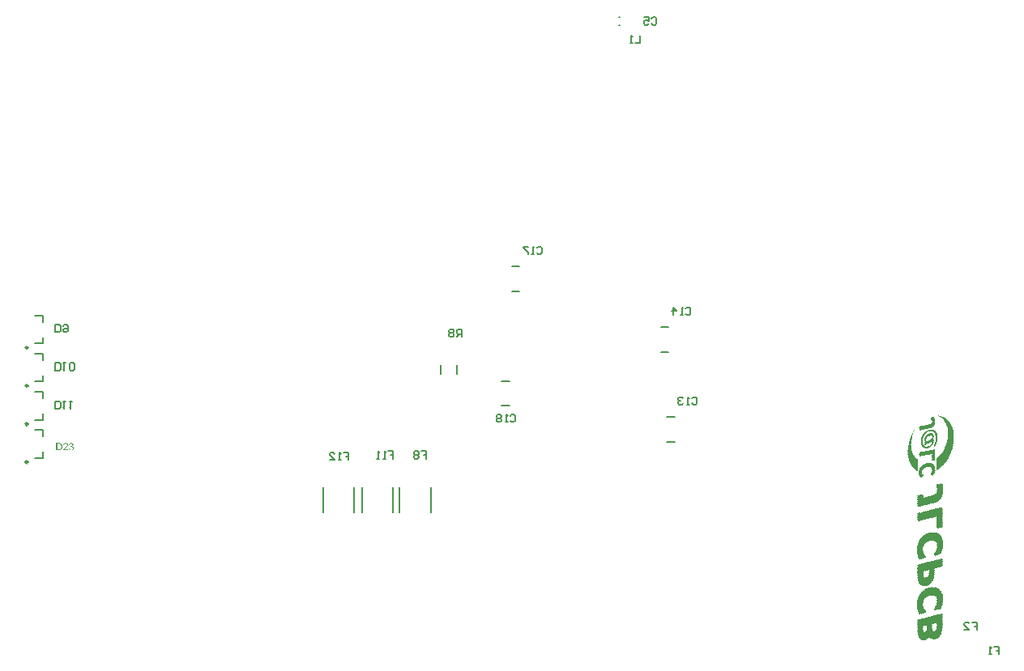
<source format=gbr>
G04*
G04 #@! TF.GenerationSoftware,Altium Limited,Altium Designer,23.2.1 (34)*
G04*
G04 Layer_Color=32896*
%FSLAX25Y25*%
%MOIN*%
G70*
G04*
G04 #@! TF.SameCoordinates,91C23CEB-00FB-43FC-9C52-439D6A026708*
G04*
G04*
G04 #@! TF.FilePolarity,Positive*
G04*
G01*
G75*
%ADD11C,0.00984*%
%ADD15C,0.00787*%
%ADD18C,0.00500*%
G36*
X752226Y344728D02*
X752331D01*
Y344622D01*
X752437D01*
Y344517D01*
X752331D01*
Y344622D01*
X752226D01*
Y344517D01*
X752331D01*
Y344412D01*
X752437D01*
Y344307D01*
X752331D01*
Y344201D01*
X752437D01*
Y343254D01*
X752542D01*
Y343149D01*
X752437D01*
Y343044D01*
X752542D01*
Y342939D01*
X752437D01*
Y342833D01*
X752542D01*
Y342728D01*
X752437D01*
Y342623D01*
X752542D01*
Y342518D01*
X752437D01*
Y342412D01*
X752542D01*
Y342307D01*
X752647D01*
Y342202D01*
X752542D01*
Y342307D01*
X752437D01*
Y342202D01*
X752542D01*
Y342097D01*
X752437D01*
Y341992D01*
X752542D01*
Y341886D01*
X752647D01*
Y341781D01*
X752542D01*
Y341886D01*
X752437D01*
Y341781D01*
X752542D01*
Y341676D01*
X752437D01*
Y341571D01*
X752542D01*
Y341465D01*
X752437D01*
Y341360D01*
X752542D01*
Y341255D01*
X752437D01*
Y341150D01*
X752542D01*
Y341044D01*
X752437D01*
Y340518D01*
X752331D01*
Y340413D01*
X752437D01*
Y340308D01*
X752331D01*
Y340413D01*
X752226D01*
Y340308D01*
X752331D01*
Y340203D01*
X752226D01*
Y340097D01*
X752331D01*
Y339992D01*
X752226D01*
Y339677D01*
X752121D01*
Y339571D01*
X752226D01*
Y339466D01*
X752121D01*
Y339361D01*
X752016D01*
Y339045D01*
X751910D01*
Y338940D01*
X751805D01*
Y338624D01*
X751700D01*
Y338519D01*
X751595D01*
Y338414D01*
X751489D01*
Y338309D01*
X751595D01*
Y338203D01*
X751489D01*
Y338309D01*
X751384D01*
Y338203D01*
X751279D01*
Y338098D01*
X751384D01*
Y337993D01*
X751279D01*
Y338098D01*
X751174D01*
Y337993D01*
X751069D01*
Y337888D01*
X751174D01*
Y337782D01*
X751069D01*
Y337888D01*
X750963D01*
Y337782D01*
X750858D01*
Y337677D01*
X750753D01*
Y337572D01*
X750648D01*
Y337467D01*
X750542D01*
Y337362D01*
X750332D01*
Y337256D01*
X750121D01*
Y337151D01*
X749806D01*
Y337046D01*
X749911D01*
Y336941D01*
X749806D01*
Y337046D01*
X749701D01*
Y336941D01*
X749595D01*
Y337046D01*
X749490D01*
Y336941D01*
X749385D01*
Y336835D01*
X749280D01*
Y336730D01*
X749174D01*
Y336835D01*
X749069D01*
Y336730D01*
X748964D01*
Y336835D01*
X748859D01*
Y336730D01*
X748543D01*
Y336625D01*
X748227D01*
Y336520D01*
X748122D01*
Y336625D01*
X748017D01*
Y336520D01*
X747912D01*
Y336414D01*
X747596D01*
Y336309D01*
X747491D01*
Y336414D01*
X747386D01*
Y336309D01*
X747280D01*
Y336414D01*
X747175D01*
Y336309D01*
X747070D01*
Y336204D01*
X746965D01*
Y336309D01*
X746859D01*
Y336204D01*
X746965D01*
Y336099D01*
X746859D01*
Y336204D01*
X746754D01*
Y336099D01*
X746649D01*
Y336204D01*
X746544D01*
Y336099D01*
X746439D01*
Y336204D01*
X746333D01*
Y336099D01*
X746228D01*
Y335994D01*
X745912D01*
Y335888D01*
X745807D01*
Y335994D01*
X745702D01*
Y335888D01*
X745597D01*
Y335994D01*
X745491D01*
Y335888D01*
X745386D01*
Y335783D01*
X745281D01*
Y335678D01*
X745176D01*
Y335783D01*
X745071D01*
Y335678D01*
X744965D01*
Y335783D01*
X744860D01*
Y335678D01*
X744755D01*
Y335783D01*
X744650D01*
Y335678D01*
X744544D01*
Y335573D01*
X744229D01*
Y335467D01*
X744123D01*
Y335573D01*
X744018D01*
Y335467D01*
X743703D01*
Y335362D01*
X743597D01*
Y335257D01*
X743492D01*
Y335362D01*
X743387D01*
Y335257D01*
X743282D01*
Y335362D01*
X743176D01*
Y335257D01*
X743071D01*
Y335362D01*
X742966D01*
Y335257D01*
X742861D01*
Y335152D01*
X742545D01*
Y335047D01*
X742440D01*
Y335152D01*
X742335D01*
Y335047D01*
X742229D01*
Y335362D01*
X742124D01*
Y335467D01*
X742019D01*
Y335573D01*
X742124D01*
Y335678D01*
X742019D01*
Y335994D01*
X742124D01*
Y336099D01*
X742019D01*
Y336204D01*
X742124D01*
Y336309D01*
X742019D01*
Y336414D01*
X742124D01*
Y336520D01*
X742019D01*
Y336835D01*
X742124D01*
Y336941D01*
X742019D01*
Y337046D01*
X742124D01*
Y337151D01*
X742019D01*
Y337256D01*
X742124D01*
Y337362D01*
X742019D01*
Y337677D01*
X742124D01*
Y337782D01*
X742019D01*
Y337888D01*
X742124D01*
Y337993D01*
X742019D01*
Y338098D01*
X742124D01*
Y338203D01*
X742019D01*
Y338519D01*
X742124D01*
Y338624D01*
X742019D01*
Y338730D01*
X742124D01*
Y338835D01*
X742019D01*
Y338940D01*
X742124D01*
Y339045D01*
X742019D01*
Y339361D01*
X742124D01*
Y339466D01*
X742019D01*
Y339571D01*
X742124D01*
Y339677D01*
X742019D01*
Y339782D01*
X742124D01*
Y339887D01*
X742229D01*
Y339992D01*
X742756D01*
Y340097D01*
X743071D01*
Y340203D01*
X743176D01*
Y340097D01*
X743282D01*
Y340203D01*
X743387D01*
Y340097D01*
X743492D01*
Y340203D01*
X743597D01*
Y340308D01*
X743703D01*
Y340203D01*
X743808D01*
Y340308D01*
X743913D01*
Y340413D01*
X744018D01*
Y340308D01*
X744123D01*
Y340413D01*
X744229D01*
Y340308D01*
X744334D01*
Y340203D01*
X744439D01*
Y340097D01*
X744334D01*
Y339992D01*
X744439D01*
Y339887D01*
X744334D01*
Y339782D01*
X744439D01*
Y339677D01*
X744334D01*
Y339571D01*
X744439D01*
Y339256D01*
X744334D01*
Y339150D01*
X744439D01*
Y339045D01*
X744544D01*
Y338940D01*
X744650D01*
Y339045D01*
X744755D01*
Y339150D01*
X744860D01*
Y339045D01*
X744965D01*
Y339150D01*
X745071D01*
Y339045D01*
X745176D01*
Y339150D01*
X745281D01*
Y339256D01*
X745597D01*
Y339361D01*
X745702D01*
Y339256D01*
X745807D01*
Y339361D01*
X745912D01*
Y339256D01*
X746018D01*
Y339361D01*
X746123D01*
Y339466D01*
X746228D01*
Y339361D01*
X746333D01*
Y339466D01*
X746439D01*
Y339571D01*
X746544D01*
Y339466D01*
X746649D01*
Y339571D01*
X746754D01*
Y339466D01*
X746859D01*
Y339571D01*
X746965D01*
Y339677D01*
X747280D01*
Y339782D01*
X747386D01*
Y339677D01*
X747491D01*
Y339782D01*
X747807D01*
Y339887D01*
X748122D01*
Y339992D01*
X748227D01*
Y339887D01*
X748333D01*
Y339992D01*
X748543D01*
Y340097D01*
X748753D01*
Y340203D01*
X748859D01*
Y340097D01*
X748964D01*
Y340203D01*
X749069D01*
Y340308D01*
X749174D01*
Y340413D01*
X749280D01*
Y340308D01*
X749385D01*
Y340413D01*
X749490D01*
Y340518D01*
X749595D01*
Y340624D01*
X749701D01*
Y340729D01*
X749806D01*
Y341044D01*
X749911D01*
Y341150D01*
X749806D01*
Y341255D01*
X749911D01*
Y341150D01*
X750016D01*
Y341465D01*
X750121D01*
Y341571D01*
X750016D01*
Y341676D01*
X750121D01*
Y341781D01*
X750016D01*
Y341886D01*
X750121D01*
Y341992D01*
X750016D01*
Y342097D01*
X750121D01*
Y341992D01*
X750227D01*
Y342097D01*
X750121D01*
Y342202D01*
X750016D01*
Y342307D01*
X750121D01*
Y342412D01*
X750016D01*
Y342518D01*
X750121D01*
Y342412D01*
X750227D01*
Y342518D01*
X750121D01*
Y342623D01*
X750016D01*
Y342728D01*
X750121D01*
Y342833D01*
X750016D01*
Y343149D01*
X749911D01*
Y343254D01*
X749806D01*
Y343360D01*
X749911D01*
Y343254D01*
X750016D01*
Y343360D01*
X749911D01*
Y343465D01*
X749806D01*
Y344307D01*
X750016D01*
Y344412D01*
X750121D01*
Y344307D01*
X750227D01*
Y344412D01*
X750542D01*
Y344517D01*
X750648D01*
Y344622D01*
X750753D01*
Y344517D01*
X750858D01*
Y344622D01*
X750963D01*
Y344517D01*
X751069D01*
Y344622D01*
X751279D01*
Y344728D01*
X751489D01*
Y344833D01*
X751595D01*
Y344728D01*
X751700D01*
Y344833D01*
X751805D01*
Y344728D01*
X751910D01*
Y344833D01*
X752016D01*
Y344728D01*
X752121D01*
Y344833D01*
X752226D01*
Y344728D01*
D02*
G37*
G36*
X752016Y335047D02*
X752121D01*
Y334941D01*
X752226D01*
Y334836D01*
X752331D01*
Y334731D01*
X752437D01*
Y334626D01*
X752331D01*
Y334520D01*
X752437D01*
Y334415D01*
X752331D01*
Y334520D01*
X752226D01*
Y334415D01*
X752331D01*
Y334310D01*
X752437D01*
Y334205D01*
X752331D01*
Y334099D01*
X752437D01*
Y333994D01*
X752331D01*
Y334099D01*
X752226D01*
Y333994D01*
X752331D01*
Y333889D01*
X752437D01*
Y333784D01*
X752331D01*
Y333679D01*
X752437D01*
Y333573D01*
X752331D01*
Y333679D01*
X752226D01*
Y333573D01*
X752331D01*
Y333468D01*
X752437D01*
Y333363D01*
X752331D01*
Y333258D01*
X752437D01*
Y333152D01*
X752331D01*
Y333258D01*
X752226D01*
Y333152D01*
X752331D01*
Y333047D01*
X752437D01*
Y332942D01*
X752331D01*
Y332837D01*
X752437D01*
Y332731D01*
X752331D01*
Y332837D01*
X752226D01*
Y332731D01*
X752331D01*
Y332626D01*
X752437D01*
Y332521D01*
X752331D01*
Y332416D01*
X752437D01*
Y332311D01*
X752331D01*
Y332416D01*
X752226D01*
Y332311D01*
X752331D01*
Y332205D01*
X752437D01*
Y332100D01*
X752331D01*
Y331995D01*
X752437D01*
Y331890D01*
X752331D01*
Y331995D01*
X752226D01*
Y331890D01*
X752331D01*
Y331784D01*
X752437D01*
Y331679D01*
X752331D01*
Y331574D01*
X752437D01*
Y331469D01*
X752331D01*
Y331574D01*
X752226D01*
Y331469D01*
X752331D01*
Y331363D01*
X752437D01*
Y331258D01*
X752331D01*
Y331153D01*
X752437D01*
Y331048D01*
X752331D01*
Y331153D01*
X752226D01*
Y331048D01*
X752331D01*
Y330943D01*
X752437D01*
Y330837D01*
X752331D01*
Y330732D01*
X752437D01*
Y330627D01*
X752331D01*
Y330732D01*
X752226D01*
Y330627D01*
X752331D01*
Y330522D01*
X752437D01*
Y330416D01*
X752331D01*
Y330311D01*
X752437D01*
Y330206D01*
X752331D01*
Y330311D01*
X752226D01*
Y330206D01*
X752331D01*
Y330101D01*
X752437D01*
Y329995D01*
X752331D01*
Y329890D01*
X752437D01*
Y329785D01*
X752331D01*
Y329890D01*
X752226D01*
Y329785D01*
X752331D01*
Y329680D01*
X752437D01*
Y329574D01*
X752331D01*
Y329469D01*
X752437D01*
Y329364D01*
X752331D01*
Y329469D01*
X752226D01*
Y329364D01*
X752331D01*
Y329259D01*
X752437D01*
Y329154D01*
X752331D01*
Y329048D01*
X752437D01*
Y328943D01*
X752331D01*
Y329048D01*
X752226D01*
Y328943D01*
X752331D01*
Y328838D01*
X752437D01*
Y328733D01*
X752331D01*
Y328627D01*
X752437D01*
Y328522D01*
X752331D01*
Y328627D01*
X752226D01*
Y328522D01*
X752331D01*
Y328417D01*
X752437D01*
Y328312D01*
X752331D01*
Y328206D01*
X752437D01*
Y328101D01*
X752331D01*
Y328206D01*
X752226D01*
Y328101D01*
X752331D01*
Y327996D01*
X752437D01*
Y327891D01*
X752331D01*
Y327786D01*
X752437D01*
Y327680D01*
X752331D01*
Y327786D01*
X752226D01*
Y327680D01*
X752331D01*
Y327575D01*
X752437D01*
Y327470D01*
X752331D01*
Y327365D01*
X752437D01*
Y327259D01*
X752331D01*
Y327365D01*
X752226D01*
Y327259D01*
X752331D01*
Y327154D01*
X752437D01*
Y327049D01*
X752331D01*
Y326944D01*
X752437D01*
Y326838D01*
X752331D01*
Y326944D01*
X752226D01*
Y326838D01*
X752331D01*
Y326733D01*
X752226D01*
Y326628D01*
X752121D01*
Y326733D01*
X752016D01*
Y326628D01*
X751700D01*
Y326523D01*
X751595D01*
Y326418D01*
X751489D01*
Y326523D01*
X751384D01*
Y326418D01*
X751279D01*
Y326523D01*
X751174D01*
Y326418D01*
X750858D01*
Y326312D01*
X750542D01*
Y326207D01*
X750437D01*
Y326312D01*
X750332D01*
Y326207D01*
X750227D01*
Y326312D01*
X750121D01*
Y326418D01*
X750016D01*
Y326523D01*
X749911D01*
Y326628D01*
X750016D01*
Y326733D01*
X749911D01*
Y326838D01*
X749806D01*
Y326944D01*
X749911D01*
Y326838D01*
X750016D01*
Y326944D01*
X749911D01*
Y327049D01*
X750016D01*
Y327154D01*
X749911D01*
Y327259D01*
X749806D01*
Y327365D01*
X749911D01*
Y327259D01*
X750016D01*
Y327365D01*
X749911D01*
Y327470D01*
X750016D01*
Y327575D01*
X749911D01*
Y327680D01*
X749806D01*
Y327786D01*
X749911D01*
Y327680D01*
X750016D01*
Y327786D01*
X749911D01*
Y327891D01*
X750016D01*
Y327996D01*
X749911D01*
Y328101D01*
X749806D01*
Y328206D01*
X749911D01*
Y328101D01*
X750016D01*
Y328206D01*
X749911D01*
Y328312D01*
X750016D01*
Y328417D01*
X749911D01*
Y328522D01*
X749806D01*
Y328627D01*
X749911D01*
Y328522D01*
X750016D01*
Y328627D01*
X749911D01*
Y328733D01*
X750016D01*
Y328838D01*
X749911D01*
Y328943D01*
X749806D01*
Y329048D01*
X749911D01*
Y328943D01*
X750016D01*
Y329048D01*
X749911D01*
Y329154D01*
X750016D01*
Y329259D01*
X749911D01*
Y329364D01*
X749806D01*
Y329469D01*
X749911D01*
Y329364D01*
X750016D01*
Y329469D01*
X749911D01*
Y329574D01*
X750016D01*
Y329680D01*
X749911D01*
Y329785D01*
X749806D01*
Y329890D01*
X749911D01*
Y329785D01*
X750016D01*
Y329890D01*
X749911D01*
Y329995D01*
X750016D01*
Y330101D01*
X749911D01*
Y330206D01*
X749806D01*
Y330311D01*
X749911D01*
Y330206D01*
X750016D01*
Y330311D01*
X749911D01*
Y330416D01*
X750016D01*
Y330522D01*
X749911D01*
Y330627D01*
X749806D01*
Y330732D01*
X749911D01*
Y330627D01*
X750016D01*
Y330732D01*
X749911D01*
Y330837D01*
X750016D01*
Y330943D01*
X749911D01*
Y331048D01*
X749806D01*
Y331153D01*
X749701D01*
Y331048D01*
X749595D01*
Y331153D01*
X749490D01*
Y331048D01*
X749174D01*
Y330943D01*
X748859D01*
Y330837D01*
X748753D01*
Y330943D01*
X748648D01*
Y330837D01*
X748543D01*
Y330732D01*
X748227D01*
Y330627D01*
X748122D01*
Y330732D01*
X748017D01*
Y330627D01*
X747912D01*
Y330732D01*
X747807D01*
Y330627D01*
X747701D01*
Y330732D01*
X747596D01*
Y330627D01*
X747701D01*
Y330522D01*
X747596D01*
Y330627D01*
X747491D01*
Y330522D01*
X747386D01*
Y330416D01*
X747280D01*
Y330522D01*
X747175D01*
Y330416D01*
X747070D01*
Y330522D01*
X746965D01*
Y330416D01*
X746859D01*
Y330311D01*
X746544D01*
Y330206D01*
X746439D01*
Y330311D01*
X746333D01*
Y330206D01*
X745807D01*
Y330101D01*
X745912D01*
Y329995D01*
X745807D01*
Y330101D01*
X745702D01*
Y329995D01*
X745597D01*
Y330101D01*
X745491D01*
Y329995D01*
X745386D01*
Y330101D01*
X745281D01*
Y329995D01*
X745176D01*
Y329890D01*
X744860D01*
Y329785D01*
X744755D01*
Y329890D01*
X744650D01*
Y329785D01*
X744334D01*
Y329680D01*
X744018D01*
Y329574D01*
X743913D01*
Y329680D01*
X743808D01*
Y329574D01*
X743703D01*
Y329680D01*
X743597D01*
Y329574D01*
X743492D01*
Y329469D01*
X743176D01*
Y329364D01*
X743071D01*
Y329469D01*
X742966D01*
Y329364D01*
X742861D01*
Y329259D01*
X742545D01*
Y329154D01*
X742440D01*
Y329259D01*
X742229D01*
Y329469D01*
X742124D01*
Y329574D01*
X742019D01*
Y329680D01*
X742124D01*
Y329785D01*
X742019D01*
Y330101D01*
X742124D01*
Y330206D01*
X742019D01*
Y330311D01*
X742124D01*
Y330416D01*
X742019D01*
Y330522D01*
X742124D01*
Y330627D01*
X742019D01*
Y330943D01*
X742124D01*
Y331048D01*
X742019D01*
Y331153D01*
X742124D01*
Y331258D01*
X742019D01*
Y331363D01*
X742124D01*
Y331469D01*
X742019D01*
Y331784D01*
X742124D01*
Y331890D01*
X742019D01*
Y331995D01*
X742124D01*
Y332100D01*
X742019D01*
Y332205D01*
X742124D01*
Y332311D01*
X742019D01*
Y332416D01*
X742124D01*
Y332521D01*
X742019D01*
Y332626D01*
X742124D01*
Y332521D01*
X742229D01*
Y332626D01*
X742335D01*
Y332521D01*
X742440D01*
Y332626D01*
X742756D01*
Y332731D01*
X742650D01*
Y332837D01*
X742756D01*
Y332731D01*
X742861D01*
Y332837D01*
X742966D01*
Y332731D01*
X743071D01*
Y332837D01*
X743176D01*
Y332731D01*
X743282D01*
Y332837D01*
X743387D01*
Y332731D01*
X743492D01*
Y332837D01*
X743387D01*
Y332942D01*
X743492D01*
Y332837D01*
X743597D01*
Y332942D01*
X743703D01*
Y333047D01*
X743808D01*
Y332942D01*
X743913D01*
Y333047D01*
X744018D01*
Y332942D01*
X744123D01*
Y333047D01*
X744334D01*
Y333152D01*
X744755D01*
Y333258D01*
X745071D01*
Y333363D01*
X745386D01*
Y333468D01*
X745491D01*
Y333363D01*
X745597D01*
Y333468D01*
X745702D01*
Y333363D01*
X745807D01*
Y333468D01*
X745912D01*
Y333573D01*
X746018D01*
Y333679D01*
X746123D01*
Y333573D01*
X746228D01*
Y333679D01*
X746333D01*
Y333573D01*
X746439D01*
Y333679D01*
X746754D01*
Y333784D01*
X746859D01*
Y333679D01*
X746965D01*
Y333784D01*
X747070D01*
Y333889D01*
X747175D01*
Y333784D01*
X747280D01*
Y333889D01*
X747386D01*
Y333784D01*
X747491D01*
Y333889D01*
X747596D01*
Y333994D01*
X747701D01*
Y334099D01*
X747807D01*
Y333994D01*
X747912D01*
Y334099D01*
X748017D01*
Y333994D01*
X748122D01*
Y334099D01*
X748438D01*
Y334205D01*
X748753D01*
Y334310D01*
X748859D01*
Y334205D01*
X748964D01*
Y334310D01*
X749280D01*
Y334415D01*
X749385D01*
Y334520D01*
X749490D01*
Y334415D01*
X749595D01*
Y334520D01*
X749701D01*
Y334415D01*
X749806D01*
Y334520D01*
X750016D01*
Y334626D01*
X750227D01*
Y334731D01*
X750332D01*
Y334626D01*
X750437D01*
Y334731D01*
X750542D01*
Y334626D01*
X750648D01*
Y334731D01*
X750753D01*
Y334836D01*
X750858D01*
Y334731D01*
X750963D01*
Y334836D01*
X751069D01*
Y334941D01*
X751174D01*
Y334836D01*
X751279D01*
Y334941D01*
X751384D01*
Y334836D01*
X751489D01*
Y334941D01*
X751595D01*
Y335047D01*
X751700D01*
Y334941D01*
X751805D01*
Y335047D01*
X751910D01*
Y335152D01*
X752016D01*
Y335047D01*
D02*
G37*
G36*
X749069Y324734D02*
X749174D01*
Y324629D01*
X749280D01*
Y324523D01*
X749385D01*
Y324629D01*
X749490D01*
Y324523D01*
X749595D01*
Y324629D01*
X749701D01*
Y324523D01*
X750016D01*
Y324418D01*
X750121D01*
Y324313D01*
X750227D01*
Y324418D01*
X750332D01*
Y324313D01*
X750437D01*
Y324208D01*
X750542D01*
Y324103D01*
X750648D01*
Y324208D01*
X750753D01*
Y324103D01*
X750858D01*
Y323997D01*
X750963D01*
Y323892D01*
X751069D01*
Y323787D01*
X751174D01*
Y323682D01*
X751279D01*
Y323576D01*
X751384D01*
Y323471D01*
X751489D01*
Y323366D01*
X751595D01*
Y323261D01*
X751700D01*
Y323155D01*
X751805D01*
Y322840D01*
X751910D01*
Y322735D01*
X752016D01*
Y322629D01*
X752121D01*
Y322524D01*
X752016D01*
Y322419D01*
X752121D01*
Y322314D01*
X752226D01*
Y321998D01*
X752331D01*
Y321893D01*
X752437D01*
Y321788D01*
X752331D01*
Y321893D01*
X752226D01*
Y321788D01*
X752331D01*
Y321682D01*
X752437D01*
Y321577D01*
X752331D01*
Y321472D01*
X752437D01*
Y320946D01*
X752542D01*
Y320840D01*
X752647D01*
Y320735D01*
X752542D01*
Y320840D01*
X752437D01*
Y320735D01*
X752542D01*
Y320630D01*
X752437D01*
Y320525D01*
X752542D01*
Y320420D01*
X752647D01*
Y320314D01*
X752542D01*
Y320420D01*
X752437D01*
Y320314D01*
X752542D01*
Y320209D01*
X752647D01*
Y320104D01*
X752542D01*
Y319999D01*
X752647D01*
Y319893D01*
X752542D01*
Y319788D01*
X752647D01*
Y319683D01*
X752542D01*
Y319578D01*
X752647D01*
Y319473D01*
X752542D01*
Y319367D01*
X752647D01*
Y319262D01*
X752542D01*
Y319157D01*
X752647D01*
Y319052D01*
X752542D01*
Y319157D01*
X752437D01*
Y319052D01*
X752542D01*
Y318946D01*
X752437D01*
Y318841D01*
X752542D01*
Y318736D01*
X752647D01*
Y318631D01*
X752542D01*
Y318736D01*
X752437D01*
Y318631D01*
X752542D01*
Y318525D01*
X752437D01*
Y318420D01*
X752542D01*
Y318315D01*
X752437D01*
Y317999D01*
X752331D01*
Y317894D01*
X752437D01*
Y317789D01*
X752331D01*
Y317684D01*
X752437D01*
Y317578D01*
X752331D01*
Y317684D01*
X752226D01*
Y317578D01*
X752331D01*
Y317473D01*
X752226D01*
Y317157D01*
X752121D01*
Y317052D01*
X752226D01*
Y316947D01*
X752121D01*
Y317052D01*
X752016D01*
Y316947D01*
X752121D01*
Y316842D01*
X752016D01*
Y316526D01*
X751910D01*
Y316421D01*
X751805D01*
Y316316D01*
X751910D01*
Y316210D01*
X751805D01*
Y315895D01*
X751700D01*
Y315789D01*
X751595D01*
Y315684D01*
X751489D01*
Y315789D01*
X751384D01*
Y315684D01*
X751279D01*
Y315579D01*
X751174D01*
Y315474D01*
X751069D01*
Y315579D01*
X750963D01*
Y315474D01*
X750858D01*
Y315579D01*
X750753D01*
Y315474D01*
X750648D01*
Y315579D01*
X750542D01*
Y315474D01*
X750437D01*
Y315369D01*
X750332D01*
Y315263D01*
X750227D01*
Y315369D01*
X750121D01*
Y315263D01*
X750016D01*
Y315369D01*
X749911D01*
Y315263D01*
X749806D01*
Y315158D01*
X749490D01*
Y315053D01*
X749385D01*
Y315158D01*
X749280D01*
Y315053D01*
X749174D01*
Y315158D01*
X749069D01*
Y315263D01*
X748964D01*
Y315369D01*
X748859D01*
Y315474D01*
X748964D01*
Y315579D01*
X748859D01*
Y315684D01*
X748753D01*
Y315789D01*
X748859D01*
Y315684D01*
X748964D01*
Y316000D01*
X749069D01*
Y316105D01*
X749174D01*
Y316210D01*
X749280D01*
Y316316D01*
X749385D01*
Y316631D01*
X749490D01*
Y316737D01*
X749595D01*
Y317052D01*
X749701D01*
Y317157D01*
X749806D01*
Y317473D01*
X749911D01*
Y317578D01*
X749806D01*
Y317684D01*
X749911D01*
Y317789D01*
X750016D01*
Y317894D01*
X749911D01*
Y317999D01*
X750016D01*
Y318315D01*
X750121D01*
Y318420D01*
X750016D01*
Y318525D01*
X750121D01*
Y318420D01*
X750227D01*
Y318525D01*
X750121D01*
Y318631D01*
X750016D01*
Y318736D01*
X750121D01*
Y318631D01*
X750227D01*
Y318736D01*
X750121D01*
Y318841D01*
X750227D01*
Y318946D01*
X750121D01*
Y319052D01*
X750016D01*
Y319157D01*
X750121D01*
Y319052D01*
X750227D01*
Y319157D01*
X750121D01*
Y319262D01*
X750227D01*
Y319367D01*
X750121D01*
Y319473D01*
X750016D01*
Y319578D01*
X750121D01*
Y319473D01*
X750227D01*
Y319578D01*
X750121D01*
Y319683D01*
X750016D01*
Y319788D01*
X750121D01*
Y319683D01*
X750227D01*
Y319788D01*
X750121D01*
Y319893D01*
X750016D01*
Y319999D01*
X750121D01*
Y320104D01*
X750016D01*
Y320209D01*
X749911D01*
Y320314D01*
X749806D01*
Y320420D01*
X749911D01*
Y320314D01*
X750016D01*
Y320420D01*
X749911D01*
Y320525D01*
X749806D01*
Y320630D01*
X749701D01*
Y320735D01*
X749595D01*
Y320840D01*
X749490D01*
Y320946D01*
X749385D01*
Y321051D01*
X749280D01*
Y320946D01*
X749174D01*
Y321051D01*
X749069D01*
Y321156D01*
X748753D01*
Y321261D01*
X748648D01*
Y321156D01*
X748543D01*
Y321261D01*
X748438D01*
Y321156D01*
X748333D01*
Y321261D01*
X748227D01*
Y321156D01*
X748122D01*
Y321261D01*
X748017D01*
Y321156D01*
X747912D01*
Y321261D01*
X747807D01*
Y321156D01*
X747701D01*
Y321261D01*
X747596D01*
Y321156D01*
X747491D01*
Y321261D01*
X747386D01*
Y321156D01*
X747070D01*
Y321051D01*
X746965D01*
Y320946D01*
X746859D01*
Y321051D01*
X746754D01*
Y320946D01*
X746439D01*
Y320840D01*
X746333D01*
Y320735D01*
X746228D01*
Y320840D01*
X746123D01*
Y320735D01*
X746018D01*
Y320630D01*
X745912D01*
Y320525D01*
X745807D01*
Y320420D01*
X745702D01*
Y320314D01*
X745597D01*
Y320420D01*
X745491D01*
Y320314D01*
X745386D01*
Y320209D01*
X745281D01*
Y320104D01*
X745176D01*
Y319999D01*
X745071D01*
Y319893D01*
X744965D01*
Y319788D01*
X744860D01*
Y319473D01*
X744755D01*
Y319367D01*
X744650D01*
Y319262D01*
X744544D01*
Y319157D01*
X744650D01*
Y319052D01*
X744544D01*
Y319157D01*
X744439D01*
Y319052D01*
X744544D01*
Y318946D01*
X744439D01*
Y318631D01*
X744334D01*
Y318525D01*
X744439D01*
Y318420D01*
X744334D01*
Y318525D01*
X744229D01*
Y318420D01*
X744334D01*
Y318315D01*
X744229D01*
Y318210D01*
X744334D01*
Y318105D01*
X744229D01*
Y317999D01*
X744334D01*
Y317894D01*
X744229D01*
Y317789D01*
X744334D01*
Y317684D01*
X744229D01*
Y317578D01*
X744334D01*
Y317473D01*
X744229D01*
Y317368D01*
X744334D01*
Y317263D01*
X744229D01*
Y317157D01*
X744334D01*
Y317052D01*
X744439D01*
Y316947D01*
X744334D01*
Y316842D01*
X744439D01*
Y316526D01*
X744544D01*
Y316421D01*
X744439D01*
Y316316D01*
X744544D01*
Y316210D01*
X744650D01*
Y315895D01*
X744755D01*
Y315789D01*
X744860D01*
Y315684D01*
X744965D01*
Y315579D01*
X745071D01*
Y315263D01*
X745176D01*
Y315158D01*
X745281D01*
Y315053D01*
X745386D01*
Y314948D01*
X745491D01*
Y314842D01*
X745597D01*
Y314737D01*
X745702D01*
Y314632D01*
X745597D01*
Y314737D01*
X745491D01*
Y314632D01*
X745597D01*
Y314527D01*
X745702D01*
Y314421D01*
X745597D01*
Y314527D01*
X745491D01*
Y314421D01*
X745597D01*
Y314316D01*
X745702D01*
Y314211D01*
X745597D01*
Y314316D01*
X745491D01*
Y314211D01*
X745386D01*
Y314106D01*
X745071D01*
Y314001D01*
X744965D01*
Y314106D01*
X744860D01*
Y314001D01*
X744650D01*
Y313895D01*
X744439D01*
Y313790D01*
X744334D01*
Y313895D01*
X744229D01*
Y313790D01*
X743913D01*
Y313895D01*
X743808D01*
Y313790D01*
X743913D01*
Y313685D01*
X743597D01*
Y313580D01*
X743492D01*
Y313685D01*
X743387D01*
Y313580D01*
X743282D01*
Y313685D01*
X743176D01*
Y313580D01*
X743071D01*
Y313474D01*
X742756D01*
Y313580D01*
X742650D01*
Y313895D01*
X742545D01*
Y314001D01*
X742440D01*
Y314106D01*
X742545D01*
Y314211D01*
X742440D01*
Y314316D01*
X742335D01*
Y314421D01*
X742229D01*
Y314527D01*
X742335D01*
Y314421D01*
X742440D01*
Y314527D01*
X742335D01*
Y314632D01*
X742229D01*
Y314737D01*
X742335D01*
Y314842D01*
X742229D01*
Y315158D01*
X742124D01*
Y315263D01*
X742019D01*
Y315369D01*
X742124D01*
Y315474D01*
X742019D01*
Y316210D01*
X741914D01*
Y316316D01*
X742019D01*
Y316421D01*
X741914D01*
Y316737D01*
X741808D01*
Y316842D01*
X741914D01*
Y316947D01*
X741808D01*
Y317052D01*
X741914D01*
Y317157D01*
X741808D01*
Y317263D01*
X741914D01*
Y317368D01*
X741808D01*
Y317473D01*
X741914D01*
Y317578D01*
X741808D01*
Y317684D01*
X741914D01*
Y317789D01*
X741808D01*
Y317894D01*
X741914D01*
Y317999D01*
X741808D01*
Y318105D01*
X741914D01*
Y318631D01*
X742019D01*
Y318736D01*
X741914D01*
Y318841D01*
X742019D01*
Y319367D01*
X742124D01*
Y319473D01*
X742019D01*
Y319578D01*
X742124D01*
Y319683D01*
X742229D01*
Y319788D01*
X742124D01*
Y319893D01*
X742229D01*
Y320209D01*
X742335D01*
Y320314D01*
X742440D01*
Y320420D01*
X742335D01*
Y320525D01*
X742440D01*
Y320630D01*
X742545D01*
Y320735D01*
X742440D01*
Y320840D01*
X742545D01*
Y320946D01*
X742650D01*
Y321261D01*
X742756D01*
Y321156D01*
X742861D01*
Y321261D01*
X742756D01*
Y321367D01*
X742861D01*
Y321682D01*
X743071D01*
Y321893D01*
X743176D01*
Y321998D01*
X743282D01*
Y322103D01*
X743387D01*
Y322208D01*
X743492D01*
Y322524D01*
X743597D01*
Y322419D01*
X743703D01*
Y322524D01*
X743597D01*
Y322629D01*
X743703D01*
Y322735D01*
X743808D01*
Y322629D01*
X743913D01*
Y322735D01*
X743808D01*
Y322840D01*
X743913D01*
Y322945D01*
X744018D01*
Y323050D01*
X744123D01*
Y323155D01*
X744229D01*
Y323050D01*
X744334D01*
Y323366D01*
X744439D01*
Y323261D01*
X744544D01*
Y323366D01*
X744650D01*
Y323471D01*
X744755D01*
Y323576D01*
X744860D01*
Y323682D01*
X744965D01*
Y323787D01*
X745071D01*
Y323682D01*
X745176D01*
Y323787D01*
X745281D01*
Y323892D01*
X745386D01*
Y323997D01*
X745491D01*
Y323892D01*
X745597D01*
Y323997D01*
X745702D01*
Y324103D01*
X745807D01*
Y324208D01*
X746123D01*
Y324313D01*
X746439D01*
Y324418D01*
X746754D01*
Y324313D01*
X746859D01*
Y324418D01*
X746754D01*
Y324523D01*
X747070D01*
Y324629D01*
X747175D01*
Y324523D01*
X747280D01*
Y324629D01*
X747386D01*
Y324523D01*
X747491D01*
Y324629D01*
X747596D01*
Y324523D01*
X747701D01*
Y324629D01*
X747807D01*
Y324523D01*
X747912D01*
Y324629D01*
X747807D01*
Y324734D01*
X747912D01*
Y324629D01*
X748227D01*
Y324734D01*
X748122D01*
Y324839D01*
X748227D01*
Y324734D01*
X748333D01*
Y324629D01*
X748438D01*
Y324734D01*
X748543D01*
Y324629D01*
X748648D01*
Y324734D01*
X748753D01*
Y324629D01*
X749069D01*
Y324734D01*
X748964D01*
Y324839D01*
X749069D01*
Y324734D01*
D02*
G37*
G36*
X752016Y313790D02*
X752226D01*
Y313580D01*
X752331D01*
Y313474D01*
X752437D01*
Y313369D01*
X752331D01*
Y313474D01*
X752226D01*
Y313369D01*
X752331D01*
Y313264D01*
X752437D01*
Y313159D01*
X752331D01*
Y313053D01*
X752437D01*
Y312948D01*
X752331D01*
Y313053D01*
X752226D01*
Y312948D01*
X752331D01*
Y312843D01*
X752437D01*
Y312738D01*
X752331D01*
Y312632D01*
X752437D01*
Y312527D01*
X752331D01*
Y312632D01*
X752226D01*
Y312527D01*
X752331D01*
Y312422D01*
X752437D01*
Y312317D01*
X752331D01*
Y312212D01*
X752437D01*
Y312106D01*
X752331D01*
Y312212D01*
X752226D01*
Y312106D01*
X752331D01*
Y312001D01*
X752437D01*
Y311896D01*
X752331D01*
Y311791D01*
X752437D01*
Y311685D01*
X752331D01*
Y311791D01*
X752226D01*
Y311685D01*
X752331D01*
Y311580D01*
X752437D01*
Y311475D01*
X752331D01*
Y311370D01*
X752437D01*
Y311264D01*
X752331D01*
Y311370D01*
X752226D01*
Y311264D01*
X752331D01*
Y311159D01*
X752437D01*
Y311054D01*
X752331D01*
Y310949D01*
X752437D01*
Y310844D01*
X752331D01*
Y310949D01*
X752226D01*
Y310844D01*
X752331D01*
Y310738D01*
X752437D01*
Y310633D01*
X752331D01*
Y310528D01*
X752016D01*
Y310423D01*
X751910D01*
Y310528D01*
X751805D01*
Y310423D01*
X751489D01*
Y310528D01*
X751384D01*
Y310423D01*
X751489D01*
Y310317D01*
X751174D01*
Y310212D01*
X751069D01*
Y310317D01*
X750963D01*
Y310212D01*
X750858D01*
Y310317D01*
X750753D01*
Y310212D01*
X750648D01*
Y310107D01*
X750332D01*
Y310002D01*
X750227D01*
Y310107D01*
X750121D01*
Y310002D01*
X750016D01*
Y309896D01*
X749911D01*
Y310002D01*
X749806D01*
Y309896D01*
X749701D01*
Y310002D01*
X749595D01*
Y309896D01*
X749701D01*
Y309791D01*
X749595D01*
Y309896D01*
X749490D01*
Y309791D01*
X749385D01*
Y309896D01*
X749280D01*
Y309791D01*
X749174D01*
Y309686D01*
X749280D01*
Y309581D01*
X749174D01*
Y309476D01*
X749280D01*
Y309370D01*
X749174D01*
Y309476D01*
X749069D01*
Y309370D01*
X749174D01*
Y309265D01*
X749069D01*
Y309160D01*
X749174D01*
Y309055D01*
X749280D01*
Y308949D01*
X749174D01*
Y309055D01*
X749069D01*
Y308949D01*
X749174D01*
Y308844D01*
X749280D01*
Y308739D01*
X749174D01*
Y308634D01*
X749280D01*
Y308528D01*
X749174D01*
Y308634D01*
X749069D01*
Y308528D01*
X749174D01*
Y308423D01*
X749069D01*
Y308318D01*
X749174D01*
Y308213D01*
X749280D01*
Y308108D01*
X749174D01*
Y308213D01*
X749069D01*
Y308108D01*
X749174D01*
Y308002D01*
X749069D01*
Y307897D01*
X749174D01*
Y307792D01*
X749069D01*
Y307687D01*
X749174D01*
Y307581D01*
X749069D01*
Y307476D01*
X749174D01*
Y307371D01*
X749069D01*
Y306845D01*
X748964D01*
Y306740D01*
X749069D01*
Y306634D01*
X748964D01*
Y306740D01*
X748859D01*
Y306634D01*
X748964D01*
Y306529D01*
X748859D01*
Y306424D01*
X748964D01*
Y306319D01*
X748859D01*
Y305793D01*
X748753D01*
Y305687D01*
X748648D01*
Y305161D01*
X748543D01*
Y305056D01*
X748438D01*
Y304740D01*
X748333D01*
Y304635D01*
X748227D01*
Y304319D01*
X748122D01*
Y304425D01*
X748017D01*
Y304319D01*
X748122D01*
Y304214D01*
X748017D01*
Y304109D01*
X747912D01*
Y304004D01*
X747807D01*
Y303899D01*
X747701D01*
Y303793D01*
X747596D01*
Y303478D01*
X747491D01*
Y303583D01*
X747386D01*
Y303267D01*
X747280D01*
Y303372D01*
X747175D01*
Y303267D01*
X747070D01*
Y303162D01*
X746965D01*
Y303057D01*
X746859D01*
Y302951D01*
X746754D01*
Y302846D01*
X746649D01*
Y302951D01*
X746544D01*
Y302846D01*
X746439D01*
Y302951D01*
X746333D01*
Y302741D01*
X746123D01*
Y302636D01*
X745597D01*
Y302531D01*
X745281D01*
Y302425D01*
X745176D01*
Y302531D01*
X744860D01*
Y302425D01*
X744755D01*
Y302531D01*
X744439D01*
Y302636D01*
X744123D01*
Y302741D01*
X744018D01*
Y302636D01*
X743913D01*
Y302741D01*
X743808D01*
Y302846D01*
X743492D01*
Y302951D01*
X743387D01*
Y303057D01*
X743282D01*
Y303162D01*
X743176D01*
Y303267D01*
X743071D01*
Y303372D01*
X742966D01*
Y303478D01*
X742861D01*
Y303583D01*
X742756D01*
Y303688D01*
X742650D01*
Y304004D01*
X742545D01*
Y304109D01*
X742440D01*
Y304425D01*
X742335D01*
Y304530D01*
X742229D01*
Y304635D01*
X742335D01*
Y304530D01*
X742440D01*
Y304635D01*
X742335D01*
Y304740D01*
X742229D01*
Y305477D01*
X742124D01*
Y305582D01*
X742019D01*
Y305687D01*
X742124D01*
Y305582D01*
X742229D01*
Y305687D01*
X742124D01*
Y305793D01*
X742229D01*
Y305898D01*
X742124D01*
Y306003D01*
X742019D01*
Y306108D01*
X742124D01*
Y306213D01*
X742019D01*
Y306319D01*
X742124D01*
Y306424D01*
X742019D01*
Y306529D01*
X742124D01*
Y306634D01*
X742019D01*
Y306740D01*
X742124D01*
Y306845D01*
X742019D01*
Y306950D01*
X742124D01*
Y307055D01*
X742019D01*
Y307371D01*
X742124D01*
Y307476D01*
X742019D01*
Y307581D01*
X742124D01*
Y307687D01*
X742019D01*
Y307792D01*
X742124D01*
Y307897D01*
X742019D01*
Y308213D01*
X742124D01*
Y308318D01*
X742019D01*
Y308423D01*
X742124D01*
Y308528D01*
X742019D01*
Y308634D01*
X742124D01*
Y308739D01*
X742019D01*
Y309055D01*
X742124D01*
Y309160D01*
X742019D01*
Y309265D01*
X742124D01*
Y309370D01*
X742019D01*
Y309476D01*
X742124D01*
Y309581D01*
X742019D01*
Y309896D01*
X742124D01*
Y310002D01*
X742019D01*
Y310107D01*
X742124D01*
Y310212D01*
X742019D01*
Y310317D01*
X742124D01*
Y310423D01*
X742019D01*
Y310738D01*
X742124D01*
Y310844D01*
X742019D01*
Y310949D01*
X742124D01*
Y311054D01*
X742019D01*
Y311159D01*
X742124D01*
Y311264D01*
X742019D01*
Y311370D01*
X742124D01*
Y311264D01*
X742229D01*
Y311370D01*
X742545D01*
Y311475D01*
X742650D01*
Y311580D01*
X742756D01*
Y311475D01*
X742861D01*
Y311580D01*
X743176D01*
Y311685D01*
X743492D01*
Y311791D01*
X743597D01*
Y311685D01*
X743703D01*
Y311791D01*
X743808D01*
Y311685D01*
X743913D01*
Y311791D01*
X744018D01*
Y311896D01*
X744334D01*
Y312001D01*
X744439D01*
Y311896D01*
X744544D01*
Y312001D01*
X744650D01*
Y311896D01*
X744755D01*
Y312001D01*
X744860D01*
Y312106D01*
X744755D01*
Y312212D01*
X744860D01*
Y312106D01*
X745176D01*
Y312212D01*
X745281D01*
Y312106D01*
X745386D01*
Y312212D01*
X745491D01*
Y312106D01*
X745597D01*
Y312212D01*
X745702D01*
Y312317D01*
X745807D01*
Y312422D01*
X745912D01*
Y312317D01*
X746018D01*
Y312422D01*
X746123D01*
Y312317D01*
X746228D01*
Y312422D01*
X746544D01*
Y312527D01*
X746859D01*
Y312632D01*
X746965D01*
Y312527D01*
X747070D01*
Y312632D01*
X747175D01*
Y312527D01*
X747280D01*
Y312632D01*
X747386D01*
Y312738D01*
X747491D01*
Y312843D01*
X747596D01*
Y312738D01*
X747701D01*
Y312843D01*
X747807D01*
Y312738D01*
X747912D01*
Y312843D01*
X748122D01*
Y312948D01*
X748543D01*
Y313053D01*
X748648D01*
Y312948D01*
X748753D01*
Y313053D01*
X748859D01*
Y312948D01*
X748964D01*
Y313053D01*
X748859D01*
Y313159D01*
X748964D01*
Y313053D01*
X749069D01*
Y313159D01*
X749174D01*
Y313264D01*
X749280D01*
Y313159D01*
X749385D01*
Y313264D01*
X749490D01*
Y313159D01*
X749595D01*
Y313264D01*
X749806D01*
Y313474D01*
X749911D01*
Y313369D01*
X750016D01*
Y313474D01*
X750121D01*
Y313369D01*
X750227D01*
Y313474D01*
X750332D01*
Y313369D01*
X750437D01*
Y313474D01*
X750542D01*
Y313580D01*
X750648D01*
Y313474D01*
X750753D01*
Y313580D01*
X750858D01*
Y313685D01*
X750963D01*
Y313580D01*
X751069D01*
Y313685D01*
X751174D01*
Y313580D01*
X751279D01*
Y313685D01*
X751489D01*
Y313895D01*
X751595D01*
Y313790D01*
X751700D01*
Y313895D01*
X751805D01*
Y313790D01*
X751910D01*
Y313895D01*
X752016D01*
Y313790D01*
D02*
G37*
G36*
X749490Y302004D02*
X749595D01*
Y301899D01*
X749911D01*
Y301794D01*
X750016D01*
Y301899D01*
X750121D01*
Y301794D01*
X750227D01*
Y301689D01*
X750542D01*
Y301583D01*
X750753D01*
Y301373D01*
X750858D01*
Y301478D01*
X750963D01*
Y301373D01*
X751069D01*
Y301268D01*
X751174D01*
Y301163D01*
X751279D01*
Y301057D01*
X751384D01*
Y300952D01*
X751489D01*
Y300847D01*
X751595D01*
Y300742D01*
X751700D01*
Y300636D01*
X751805D01*
Y300531D01*
X751700D01*
Y300636D01*
X751595D01*
Y300531D01*
X751700D01*
Y300426D01*
X751805D01*
Y300321D01*
X751910D01*
Y300215D01*
X752016D01*
Y299900D01*
X752121D01*
Y299795D01*
X752226D01*
Y299268D01*
X752331D01*
Y299163D01*
X752437D01*
Y299058D01*
X752331D01*
Y299163D01*
X752226D01*
Y299058D01*
X752331D01*
Y298953D01*
X752437D01*
Y298637D01*
X752542D01*
Y298532D01*
X752437D01*
Y298427D01*
X752542D01*
Y298321D01*
X752437D01*
Y298216D01*
X752542D01*
Y298111D01*
X752647D01*
Y298006D01*
X752542D01*
Y298111D01*
X752437D01*
Y298006D01*
X752542D01*
Y297900D01*
X752647D01*
Y297795D01*
X752542D01*
Y297690D01*
X752647D01*
Y297585D01*
X752542D01*
Y297690D01*
X752437D01*
Y297585D01*
X752542D01*
Y297479D01*
X752647D01*
Y297374D01*
X752542D01*
Y297269D01*
X752647D01*
Y297164D01*
X752542D01*
Y297059D01*
X752647D01*
Y296953D01*
X752542D01*
Y296848D01*
X752647D01*
Y296743D01*
X752542D01*
Y296848D01*
X752437D01*
Y296743D01*
X752542D01*
Y296427D01*
X752647D01*
Y296322D01*
X752542D01*
Y296427D01*
X752437D01*
Y296322D01*
X752542D01*
Y296217D01*
X752437D01*
Y296111D01*
X752542D01*
Y296006D01*
X752437D01*
Y295901D01*
X752542D01*
Y295796D01*
X752437D01*
Y295480D01*
X752331D01*
Y295375D01*
X752437D01*
Y295270D01*
X752331D01*
Y295375D01*
X752226D01*
Y295270D01*
X752331D01*
Y295164D01*
X752437D01*
Y295059D01*
X752331D01*
Y295164D01*
X752226D01*
Y295059D01*
X752331D01*
Y294954D01*
X752226D01*
Y294428D01*
X752121D01*
Y294323D01*
X752016D01*
Y293796D01*
X751910D01*
Y293691D01*
X751805D01*
Y293375D01*
X751700D01*
Y293270D01*
X751595D01*
Y293165D01*
X751700D01*
Y293060D01*
X751384D01*
Y292955D01*
X751279D01*
Y293060D01*
X751174D01*
Y292955D01*
X751069D01*
Y293060D01*
X750963D01*
Y292955D01*
X750858D01*
Y292849D01*
X750753D01*
Y292955D01*
X750648D01*
Y292849D01*
X750753D01*
Y292744D01*
X750648D01*
Y292849D01*
X750542D01*
Y292744D01*
X750437D01*
Y292849D01*
X750332D01*
Y292744D01*
X750227D01*
Y292849D01*
X750121D01*
Y292744D01*
X750016D01*
Y292639D01*
X749701D01*
Y292534D01*
X749595D01*
Y292639D01*
X749490D01*
Y292534D01*
X749174D01*
Y292639D01*
X749069D01*
Y292534D01*
X748964D01*
Y292849D01*
X748859D01*
Y292955D01*
X748753D01*
Y293060D01*
X748859D01*
Y292955D01*
X748964D01*
Y293060D01*
X748859D01*
Y293165D01*
X748964D01*
Y293270D01*
X749069D01*
Y293375D01*
X748964D01*
Y293481D01*
X749069D01*
Y293375D01*
X749174D01*
Y293481D01*
X749069D01*
Y293586D01*
X749174D01*
Y293691D01*
X749280D01*
Y293796D01*
X749385D01*
Y294112D01*
X749490D01*
Y294217D01*
X749595D01*
Y294323D01*
X749701D01*
Y294428D01*
X749595D01*
Y294533D01*
X749701D01*
Y294428D01*
X749806D01*
Y294533D01*
X749701D01*
Y294638D01*
X749806D01*
Y294954D01*
X749911D01*
Y295059D01*
X749806D01*
Y295164D01*
X749911D01*
Y295059D01*
X750016D01*
Y295164D01*
X749911D01*
Y295270D01*
X749806D01*
Y295375D01*
X749911D01*
Y295270D01*
X750016D01*
Y295585D01*
X750121D01*
Y295690D01*
X750016D01*
Y295796D01*
X750121D01*
Y295901D01*
X750016D01*
Y296006D01*
X750121D01*
Y296111D01*
X750227D01*
Y296217D01*
X750121D01*
Y296322D01*
X750016D01*
Y296427D01*
X750121D01*
Y296322D01*
X750227D01*
Y296427D01*
X750121D01*
Y296532D01*
X750227D01*
Y296638D01*
X750121D01*
Y296743D01*
X750016D01*
Y296848D01*
X750121D01*
Y296743D01*
X750227D01*
Y296848D01*
X750121D01*
Y296953D01*
X750016D01*
Y297059D01*
X750121D01*
Y296953D01*
X750227D01*
Y297059D01*
X750121D01*
Y297164D01*
X750016D01*
Y297269D01*
X750121D01*
Y297374D01*
X750016D01*
Y297690D01*
X749911D01*
Y297795D01*
X749806D01*
Y298111D01*
X749701D01*
Y298216D01*
X749595D01*
Y298321D01*
X749490D01*
Y298216D01*
X749385D01*
Y298321D01*
X749280D01*
Y298427D01*
X749174D01*
Y298532D01*
X749069D01*
Y298427D01*
X748964D01*
Y298532D01*
X748859D01*
Y298637D01*
X748753D01*
Y298532D01*
X748648D01*
Y298637D01*
X748333D01*
Y298532D01*
X748227D01*
Y298637D01*
X748122D01*
Y298742D01*
X748017D01*
Y298637D01*
X747912D01*
Y298532D01*
X747807D01*
Y298637D01*
X747701D01*
Y298532D01*
X747596D01*
Y298637D01*
X747491D01*
Y298532D01*
X747386D01*
Y298427D01*
X747280D01*
Y298532D01*
X747175D01*
Y298427D01*
X747070D01*
Y298532D01*
X746965D01*
Y298427D01*
X746859D01*
Y298532D01*
X746754D01*
Y298427D01*
X746649D01*
Y298321D01*
X746544D01*
Y298216D01*
X746439D01*
Y298321D01*
X746333D01*
Y298216D01*
X746228D01*
Y298111D01*
X745912D01*
Y298006D01*
X745807D01*
Y297900D01*
X745702D01*
Y297795D01*
X745597D01*
Y297900D01*
X745491D01*
Y297585D01*
X745386D01*
Y297690D01*
X745281D01*
Y297374D01*
X745176D01*
Y297479D01*
X745071D01*
Y297164D01*
X744965D01*
Y297269D01*
X744860D01*
Y296953D01*
X744755D01*
Y297059D01*
X744650D01*
Y296953D01*
X744755D01*
Y296848D01*
X744650D01*
Y296532D01*
X744544D01*
Y296427D01*
X744439D01*
Y295901D01*
X744334D01*
Y295796D01*
X744439D01*
Y295690D01*
X744334D01*
Y295796D01*
X744229D01*
Y295690D01*
X744334D01*
Y295585D01*
X744229D01*
Y295480D01*
X744334D01*
Y295375D01*
X744229D01*
Y295270D01*
X744334D01*
Y295164D01*
X744229D01*
Y295059D01*
X744334D01*
Y294954D01*
X744229D01*
Y294849D01*
X744334D01*
Y294743D01*
X744229D01*
Y294638D01*
X744334D01*
Y294533D01*
X744439D01*
Y294428D01*
X744334D01*
Y294533D01*
X744229D01*
Y294428D01*
X744334D01*
Y294323D01*
X744439D01*
Y294217D01*
X744334D01*
Y294112D01*
X744439D01*
Y294007D01*
X744544D01*
Y293902D01*
X744439D01*
Y293796D01*
X744544D01*
Y293691D01*
X744650D01*
Y293586D01*
X744544D01*
Y293481D01*
X744650D01*
Y293375D01*
X744755D01*
Y293270D01*
X744860D01*
Y292955D01*
X744965D01*
Y292849D01*
X745071D01*
Y292744D01*
X745176D01*
Y292639D01*
X745281D01*
Y292534D01*
X745386D01*
Y292428D01*
X745491D01*
Y292323D01*
X745597D01*
Y292218D01*
X745491D01*
Y292113D01*
X745597D01*
Y292007D01*
X745702D01*
Y291902D01*
X745597D01*
Y292007D01*
X745491D01*
Y291902D01*
X745597D01*
Y291797D01*
X745702D01*
Y291692D01*
X745597D01*
Y291797D01*
X745491D01*
Y291692D01*
X745597D01*
Y291587D01*
X745491D01*
Y291481D01*
X745386D01*
Y291587D01*
X745281D01*
Y291481D01*
X745176D01*
Y291587D01*
X745071D01*
Y291481D01*
X744965D01*
Y291376D01*
X744650D01*
Y291271D01*
X744544D01*
Y291376D01*
X744439D01*
Y291271D01*
X744123D01*
Y291166D01*
X744018D01*
Y291060D01*
X743913D01*
Y291166D01*
X743808D01*
Y291060D01*
X743703D01*
Y291166D01*
X743597D01*
Y291060D01*
X743492D01*
Y291166D01*
X743387D01*
Y291060D01*
X743282D01*
Y290955D01*
X743176D01*
Y290850D01*
X743071D01*
Y290955D01*
X742966D01*
Y290850D01*
X742861D01*
Y290955D01*
X742756D01*
Y291060D01*
X742650D01*
Y291376D01*
X742545D01*
Y291481D01*
X742440D01*
Y291797D01*
X742335D01*
Y291902D01*
X742229D01*
Y292007D01*
X742335D01*
Y292113D01*
X742229D01*
Y292428D01*
X742124D01*
Y292534D01*
X742229D01*
Y292639D01*
X742124D01*
Y292744D01*
X742019D01*
Y292849D01*
X742124D01*
Y292744D01*
X742229D01*
Y292849D01*
X742124D01*
Y292955D01*
X742019D01*
Y293481D01*
X741914D01*
Y293586D01*
X742019D01*
Y293691D01*
X741914D01*
Y293796D01*
X742019D01*
Y293902D01*
X741914D01*
Y294428D01*
X741808D01*
Y294533D01*
X741914D01*
Y294638D01*
X741808D01*
Y294743D01*
X741914D01*
Y294849D01*
X741808D01*
Y294954D01*
X741914D01*
Y295059D01*
X741808D01*
Y295164D01*
X741914D01*
Y295270D01*
X741808D01*
Y295375D01*
X741914D01*
Y295480D01*
X741808D01*
Y295585D01*
X741914D01*
Y295690D01*
X741808D01*
Y295796D01*
X741914D01*
Y295901D01*
X742019D01*
Y296006D01*
X741914D01*
Y296111D01*
X742019D01*
Y296217D01*
X741914D01*
Y296322D01*
X742019D01*
Y296848D01*
X742124D01*
Y296953D01*
X742229D01*
Y297059D01*
X742124D01*
Y297164D01*
X742229D01*
Y297479D01*
X742335D01*
Y297585D01*
X742229D01*
Y297690D01*
X742335D01*
Y297795D01*
X742229D01*
Y297900D01*
X742335D01*
Y297795D01*
X742440D01*
Y298111D01*
X742545D01*
Y298216D01*
X742650D01*
Y298321D01*
X742545D01*
Y298427D01*
X742650D01*
Y298532D01*
X742756D01*
Y298637D01*
X742650D01*
Y298742D01*
X742756D01*
Y298637D01*
X742861D01*
Y298742D01*
X742756D01*
Y298847D01*
X742861D01*
Y298953D01*
X742966D01*
Y299058D01*
X743071D01*
Y299374D01*
X743176D01*
Y299479D01*
X743282D01*
Y299584D01*
X743387D01*
Y299689D01*
X743492D01*
Y299795D01*
X743597D01*
Y299900D01*
X743492D01*
Y300005D01*
X743597D01*
Y299900D01*
X743703D01*
Y300215D01*
X743808D01*
Y300110D01*
X743913D01*
Y300426D01*
X744018D01*
Y300321D01*
X744123D01*
Y300426D01*
X744229D01*
Y300531D01*
X744334D01*
Y300636D01*
X744439D01*
Y300742D01*
X744334D01*
Y300847D01*
X744439D01*
Y300742D01*
X744544D01*
Y300847D01*
X744650D01*
Y300742D01*
X744755D01*
Y300847D01*
X744650D01*
Y300952D01*
X744755D01*
Y301057D01*
X744860D01*
Y300952D01*
X744965D01*
Y301057D01*
X745071D01*
Y301163D01*
X745176D01*
Y301268D01*
X745386D01*
Y301478D01*
X745491D01*
Y301373D01*
X745597D01*
Y301478D01*
X745702D01*
Y301583D01*
X746018D01*
Y301689D01*
X746333D01*
Y301794D01*
X746439D01*
Y301899D01*
X746544D01*
Y301794D01*
X746649D01*
Y301899D01*
X746754D01*
Y301794D01*
X746859D01*
Y301899D01*
X746965D01*
Y302004D01*
X747070D01*
Y301899D01*
X747175D01*
Y302004D01*
X747280D01*
Y302110D01*
X747386D01*
Y302004D01*
X747491D01*
Y302110D01*
X747596D01*
Y302004D01*
X747701D01*
Y302110D01*
X747807D01*
Y302004D01*
X747912D01*
Y302110D01*
X748017D01*
Y302004D01*
X748122D01*
Y302110D01*
X748227D01*
Y302004D01*
X748333D01*
Y302110D01*
X748438D01*
Y302004D01*
X748543D01*
Y302110D01*
X748648D01*
Y302004D01*
X748753D01*
Y302110D01*
X748859D01*
Y302004D01*
X748964D01*
Y302110D01*
X749069D01*
Y302004D01*
X749174D01*
Y302110D01*
X749280D01*
Y302004D01*
X749385D01*
Y302110D01*
X749490D01*
Y302004D01*
D02*
G37*
G36*
X752121Y291166D02*
X752226D01*
Y291060D01*
X752331D01*
Y290955D01*
X752437D01*
Y290850D01*
X752331D01*
Y290745D01*
X752437D01*
Y290639D01*
X752331D01*
Y290745D01*
X752226D01*
Y290639D01*
X752331D01*
Y290534D01*
X752437D01*
Y290429D01*
X752331D01*
Y290324D01*
X752437D01*
Y290219D01*
X752331D01*
Y290324D01*
X752226D01*
Y290219D01*
X752331D01*
Y290113D01*
X752437D01*
Y290008D01*
X752331D01*
Y289903D01*
X752437D01*
Y289798D01*
X752331D01*
Y289903D01*
X752226D01*
Y289798D01*
X752331D01*
Y289692D01*
X752437D01*
Y289587D01*
X752331D01*
Y289482D01*
X752437D01*
Y289377D01*
X752331D01*
Y289482D01*
X752226D01*
Y289377D01*
X752331D01*
Y289271D01*
X752437D01*
Y289166D01*
X752331D01*
Y289061D01*
X752437D01*
Y288956D01*
X752331D01*
Y289061D01*
X752226D01*
Y288956D01*
X752331D01*
Y288851D01*
X752437D01*
Y288745D01*
X752331D01*
Y288640D01*
X752437D01*
Y288535D01*
X752331D01*
Y288640D01*
X752226D01*
Y288535D01*
X752331D01*
Y288430D01*
X752437D01*
Y288324D01*
X752331D01*
Y288219D01*
X752437D01*
Y288114D01*
X752331D01*
Y288219D01*
X752226D01*
Y288114D01*
X752331D01*
Y288009D01*
X752437D01*
Y287903D01*
X752331D01*
Y287798D01*
X752437D01*
Y287693D01*
X752331D01*
Y287798D01*
X752226D01*
Y287693D01*
X752331D01*
Y287588D01*
X752437D01*
Y287483D01*
X752331D01*
Y287377D01*
X752437D01*
Y287272D01*
X752331D01*
Y287377D01*
X752226D01*
Y287272D01*
X752331D01*
Y287167D01*
X752437D01*
Y287062D01*
X752331D01*
Y286957D01*
X752437D01*
Y286851D01*
X752331D01*
Y286957D01*
X752226D01*
Y286851D01*
X752331D01*
Y286746D01*
X752437D01*
Y286641D01*
X752331D01*
Y286536D01*
X752437D01*
Y286430D01*
X752331D01*
Y286536D01*
X752226D01*
Y286430D01*
X752331D01*
Y286325D01*
X752437D01*
Y286220D01*
X752331D01*
Y286115D01*
X752437D01*
Y286009D01*
X752331D01*
Y286115D01*
X752226D01*
Y286009D01*
X752331D01*
Y285904D01*
X752437D01*
Y285799D01*
X752331D01*
Y285904D01*
X752226D01*
Y285799D01*
X752331D01*
Y285694D01*
X752437D01*
Y285589D01*
X752331D01*
Y285694D01*
X752226D01*
Y285589D01*
X752331D01*
Y285483D01*
X752437D01*
Y285378D01*
X752331D01*
Y285483D01*
X752226D01*
Y285378D01*
X752331D01*
Y285273D01*
X752437D01*
Y285168D01*
X752331D01*
Y285273D01*
X752226D01*
Y285168D01*
X752331D01*
Y285062D01*
X752226D01*
Y284957D01*
X752331D01*
Y284852D01*
X752226D01*
Y284747D01*
X752331D01*
Y284641D01*
X752226D01*
Y284326D01*
X752121D01*
Y284221D01*
X752226D01*
Y284115D01*
X752121D01*
Y284010D01*
X752226D01*
Y283905D01*
X752121D01*
Y283800D01*
X752016D01*
Y283694D01*
X752121D01*
Y283589D01*
X752016D01*
Y283273D01*
X751910D01*
Y283168D01*
X752016D01*
Y283063D01*
X751910D01*
Y283168D01*
X751805D01*
Y283063D01*
X751910D01*
Y282958D01*
X751805D01*
Y282642D01*
X751700D01*
Y282537D01*
X751595D01*
Y282221D01*
X751489D01*
Y282116D01*
X751384D01*
Y282011D01*
X751279D01*
Y281905D01*
X751174D01*
Y281590D01*
X751069D01*
Y281485D01*
X750963D01*
Y281379D01*
X750858D01*
Y281274D01*
X750753D01*
Y281169D01*
X750648D01*
Y281274D01*
X750542D01*
Y281169D01*
X750437D01*
Y281064D01*
X750332D01*
Y280958D01*
X750121D01*
Y280748D01*
X750016D01*
Y280853D01*
X749911D01*
Y280748D01*
X749806D01*
Y280853D01*
X749701D01*
Y280748D01*
X749595D01*
Y280643D01*
X749490D01*
Y280537D01*
X749385D01*
Y280643D01*
X749280D01*
Y280537D01*
X749174D01*
Y280643D01*
X749069D01*
Y280537D01*
X748964D01*
Y280643D01*
X748859D01*
Y280537D01*
X748753D01*
Y280643D01*
X748648D01*
Y280537D01*
X748543D01*
Y280643D01*
X748227D01*
Y280748D01*
X747912D01*
Y280853D01*
X747701D01*
Y281064D01*
X747596D01*
Y280958D01*
X747491D01*
Y281064D01*
X747386D01*
Y281169D01*
X747280D01*
Y281485D01*
X747175D01*
Y281379D01*
X747070D01*
Y281695D01*
X746965D01*
Y281800D01*
X746859D01*
Y281905D01*
X746754D01*
Y281800D01*
X746859D01*
Y281695D01*
X746754D01*
Y281379D01*
X746649D01*
Y281274D01*
X746544D01*
Y281169D01*
X746439D01*
Y281064D01*
X746333D01*
Y280958D01*
X746228D01*
Y280853D01*
X746123D01*
Y280748D01*
X746018D01*
Y280643D01*
X746123D01*
Y280537D01*
X746018D01*
Y280643D01*
X745912D01*
Y280537D01*
X745807D01*
Y280432D01*
X745702D01*
Y280327D01*
X745597D01*
Y280432D01*
X745491D01*
Y280327D01*
X745176D01*
Y280222D01*
X744860D01*
Y280117D01*
X744755D01*
Y280222D01*
X744650D01*
Y280117D01*
X744544D01*
Y280222D01*
X744439D01*
Y280117D01*
X744334D01*
Y280222D01*
X744018D01*
Y280327D01*
X743703D01*
Y280432D01*
X743597D01*
Y280327D01*
X743492D01*
Y280643D01*
X743387D01*
Y280537D01*
X743282D01*
Y280643D01*
X743176D01*
Y280748D01*
X743071D01*
Y280853D01*
X742966D01*
Y280958D01*
X742861D01*
Y281064D01*
X742756D01*
Y281169D01*
X742650D01*
Y281485D01*
X742545D01*
Y281590D01*
X742440D01*
Y281695D01*
X742545D01*
Y281800D01*
X742440D01*
Y281905D01*
X742335D01*
Y282011D01*
X742440D01*
Y282116D01*
X742335D01*
Y282221D01*
X742229D01*
Y282326D01*
X742335D01*
Y282432D01*
X742229D01*
Y282747D01*
X742124D01*
Y282853D01*
X742229D01*
Y282958D01*
X742124D01*
Y283063D01*
X742229D01*
Y283168D01*
X742124D01*
Y283273D01*
X742019D01*
Y283379D01*
X742124D01*
Y283484D01*
X742019D01*
Y283589D01*
X742124D01*
Y283694D01*
X742019D01*
Y283800D01*
X742124D01*
Y283905D01*
X742019D01*
Y284010D01*
X742124D01*
Y284115D01*
X742019D01*
Y284221D01*
X742124D01*
Y284326D01*
X742019D01*
Y284641D01*
X742124D01*
Y284747D01*
X742019D01*
Y284852D01*
X742124D01*
Y284957D01*
X742019D01*
Y285062D01*
X742124D01*
Y285168D01*
X742019D01*
Y285483D01*
X742124D01*
Y285589D01*
X742019D01*
Y285694D01*
X742124D01*
Y285799D01*
X742019D01*
Y285904D01*
X742124D01*
Y286009D01*
X742019D01*
Y286325D01*
X742124D01*
Y286430D01*
X742019D01*
Y286536D01*
X742124D01*
Y286641D01*
X742019D01*
Y286746D01*
X742124D01*
Y286851D01*
X742019D01*
Y287167D01*
X742124D01*
Y287272D01*
X742019D01*
Y287377D01*
X742124D01*
Y287483D01*
X742019D01*
Y287588D01*
X742124D01*
Y287693D01*
X742019D01*
Y288009D01*
X742124D01*
Y288114D01*
X742019D01*
Y288219D01*
X742124D01*
Y288324D01*
X742019D01*
Y288430D01*
X742124D01*
Y288535D01*
X742019D01*
Y288640D01*
X742124D01*
Y288745D01*
X742440D01*
Y288851D01*
X742545D01*
Y288745D01*
X742650D01*
Y288851D01*
X742966D01*
Y288956D01*
X743071D01*
Y289061D01*
X743176D01*
Y288956D01*
X743282D01*
Y289061D01*
X743387D01*
Y288956D01*
X743492D01*
Y289061D01*
X743703D01*
Y289166D01*
X743913D01*
Y289271D01*
X744018D01*
Y289166D01*
X744123D01*
Y289271D01*
X744229D01*
Y289166D01*
X744334D01*
Y289271D01*
X744439D01*
Y289377D01*
X744544D01*
Y289271D01*
X744650D01*
Y289377D01*
X744755D01*
Y289482D01*
X744860D01*
Y289377D01*
X744965D01*
Y289482D01*
X745071D01*
Y289377D01*
X745176D01*
Y289482D01*
X745281D01*
Y289587D01*
X745597D01*
Y289692D01*
X745702D01*
Y289587D01*
X745807D01*
Y289692D01*
X745912D01*
Y289587D01*
X746018D01*
Y289692D01*
X746123D01*
Y289798D01*
X746228D01*
Y289692D01*
X746333D01*
Y289798D01*
X746439D01*
Y289903D01*
X746544D01*
Y289798D01*
X746649D01*
Y289903D01*
X746754D01*
Y289798D01*
X746859D01*
Y289903D01*
X746965D01*
Y290008D01*
X747280D01*
Y290113D01*
X747386D01*
Y290008D01*
X747491D01*
Y290113D01*
X747807D01*
Y290219D01*
X748122D01*
Y290324D01*
X748227D01*
Y290219D01*
X748333D01*
Y290324D01*
X748438D01*
Y290219D01*
X748543D01*
Y290324D01*
X748648D01*
Y290429D01*
X748753D01*
Y290534D01*
X748859D01*
Y290429D01*
X748964D01*
Y290534D01*
X749069D01*
Y290429D01*
X749174D01*
Y290534D01*
X749490D01*
Y290639D01*
X749595D01*
Y290745D01*
X749701D01*
Y290639D01*
X749806D01*
Y290745D01*
X749911D01*
Y290639D01*
X750016D01*
Y290745D01*
X750121D01*
Y290639D01*
X750227D01*
Y290745D01*
X750121D01*
Y290850D01*
X750227D01*
Y290745D01*
X750332D01*
Y290850D01*
X750437D01*
Y290955D01*
X750542D01*
Y290850D01*
X750648D01*
Y290955D01*
X750753D01*
Y290850D01*
X750858D01*
Y290955D01*
X751174D01*
Y291060D01*
X751489D01*
Y291166D01*
X751805D01*
Y291271D01*
X751910D01*
Y291166D01*
X752016D01*
Y291271D01*
X752121D01*
Y291166D01*
D02*
G37*
G36*
X750753Y372719D02*
X750858D01*
Y372614D01*
X750963D01*
Y372719D01*
X751069D01*
Y372614D01*
X751384D01*
Y372508D01*
X751489D01*
Y372614D01*
X751595D01*
Y372508D01*
X751700D01*
Y372614D01*
X751805D01*
Y372508D01*
X751910D01*
Y372403D01*
X752226D01*
Y372298D01*
X752331D01*
Y372403D01*
X752437D01*
Y372298D01*
X752542D01*
Y372193D01*
X752647D01*
Y372087D01*
X752752D01*
Y372193D01*
X752857D01*
Y372087D01*
X752963D01*
Y371982D01*
X753068D01*
Y371877D01*
X753173D01*
Y371982D01*
X753278D01*
Y371877D01*
X753384D01*
Y371772D01*
X753489D01*
Y371666D01*
X753594D01*
Y371561D01*
X753910D01*
Y371456D01*
X754015D01*
Y371351D01*
X754120D01*
Y371246D01*
X754225D01*
Y371140D01*
X754331D01*
Y371035D01*
X754436D01*
Y370930D01*
X754541D01*
Y370825D01*
X754646D01*
Y370719D01*
X754752D01*
Y370614D01*
X754857D01*
Y370509D01*
X754962D01*
Y370404D01*
X755067D01*
Y370298D01*
X755173D01*
Y369983D01*
X755278D01*
Y369878D01*
X755383D01*
Y369772D01*
X755488D01*
Y369667D01*
X755593D01*
Y369351D01*
X755699D01*
Y369246D01*
X755804D01*
Y368930D01*
X755909D01*
Y368825D01*
X756014D01*
Y368510D01*
X756120D01*
Y368404D01*
X756225D01*
Y368089D01*
X756330D01*
Y367983D01*
X756435D01*
Y367878D01*
X756330D01*
Y367773D01*
X756435D01*
Y367457D01*
X756540D01*
Y367352D01*
X756646D01*
Y367247D01*
X756540D01*
Y367352D01*
X756435D01*
Y367247D01*
X756540D01*
Y367142D01*
X756646D01*
Y366826D01*
X756751D01*
Y366721D01*
X756646D01*
Y366615D01*
X756751D01*
Y366510D01*
X756856D01*
Y366405D01*
X756751D01*
Y366300D01*
X756856D01*
Y365774D01*
X756961D01*
Y365668D01*
X757067D01*
Y365563D01*
X756961D01*
Y365668D01*
X756856D01*
Y365563D01*
X756961D01*
Y365458D01*
X757067D01*
Y365353D01*
X756961D01*
Y365458D01*
X756856D01*
Y365353D01*
X756961D01*
Y365247D01*
X757067D01*
Y365142D01*
X756961D01*
Y365247D01*
X756856D01*
Y365142D01*
X756961D01*
Y365037D01*
X757067D01*
Y364932D01*
X756961D01*
Y364826D01*
X757067D01*
Y362617D01*
X756961D01*
Y362511D01*
X757067D01*
Y362406D01*
X756961D01*
Y362301D01*
X757067D01*
Y362196D01*
X756961D01*
Y362301D01*
X756856D01*
Y362196D01*
X756961D01*
Y362090D01*
X757067D01*
Y361985D01*
X756961D01*
Y362090D01*
X756856D01*
Y361985D01*
X756961D01*
Y361880D01*
X757067D01*
Y361775D01*
X756961D01*
Y361880D01*
X756856D01*
Y361775D01*
X756961D01*
Y361670D01*
X756856D01*
Y361564D01*
X756961D01*
Y361459D01*
X756856D01*
Y361143D01*
X756751D01*
Y361038D01*
X756856D01*
Y360933D01*
X756751D01*
Y360828D01*
X756856D01*
Y360722D01*
X756751D01*
Y360828D01*
X756646D01*
Y360722D01*
X756751D01*
Y360617D01*
X756646D01*
Y360512D01*
X756751D01*
Y360407D01*
X756646D01*
Y359881D01*
X756540D01*
Y359775D01*
X756646D01*
Y359670D01*
X756540D01*
Y359775D01*
X756435D01*
Y359670D01*
X756540D01*
Y359565D01*
X756435D01*
Y359249D01*
X756330D01*
Y359144D01*
X756435D01*
Y359039D01*
X756330D01*
Y358723D01*
X756225D01*
Y358407D01*
X756120D01*
Y358092D01*
X756014D01*
Y357776D01*
X755909D01*
Y357671D01*
X755804D01*
Y357566D01*
X755909D01*
Y357460D01*
X755804D01*
Y357355D01*
X755699D01*
Y357250D01*
X755804D01*
Y357145D01*
X755699D01*
Y357250D01*
X755593D01*
Y357145D01*
X755699D01*
Y357039D01*
X755593D01*
Y356724D01*
X755488D01*
Y356618D01*
X755383D01*
Y356303D01*
X755278D01*
Y356198D01*
X755173D01*
Y356092D01*
X755278D01*
Y355987D01*
X755173D01*
Y355882D01*
X755067D01*
Y355777D01*
X754962D01*
Y355461D01*
X754857D01*
Y355356D01*
X754752D01*
Y355040D01*
X754646D01*
Y354935D01*
X754541D01*
Y354830D01*
X754436D01*
Y354724D01*
X754541D01*
Y354619D01*
X754436D01*
Y354724D01*
X754331D01*
Y354619D01*
X754436D01*
Y354514D01*
X754331D01*
Y354409D01*
X754225D01*
Y354304D01*
X754120D01*
Y353988D01*
X754015D01*
Y353883D01*
X753910D01*
Y353777D01*
X753805D01*
Y353672D01*
X753699D01*
Y353567D01*
X753594D01*
Y353462D01*
X753699D01*
Y353356D01*
X753594D01*
Y353462D01*
X753489D01*
Y353146D01*
X753384D01*
Y353251D01*
X753278D01*
Y353146D01*
X753384D01*
Y353041D01*
X753278D01*
Y352936D01*
X753173D01*
Y353041D01*
X753068D01*
Y352936D01*
X753173D01*
Y352830D01*
X753068D01*
Y352725D01*
X752963D01*
Y352620D01*
X752857D01*
Y352515D01*
X752752D01*
Y352409D01*
X752647D01*
Y352304D01*
X752542D01*
Y352199D01*
X752437D01*
Y352094D01*
X752331D01*
Y351988D01*
X752226D01*
Y351883D01*
X752121D01*
Y351778D01*
X752016D01*
Y351673D01*
X751910D01*
Y351568D01*
X751805D01*
Y351462D01*
X751700D01*
Y351357D01*
X751595D01*
Y351252D01*
X751489D01*
Y351357D01*
X751384D01*
Y351041D01*
X751279D01*
Y351147D01*
X751174D01*
Y351041D01*
X751069D01*
Y350936D01*
X751174D01*
Y350831D01*
X751069D01*
Y350936D01*
X750963D01*
Y350831D01*
X750858D01*
Y350726D01*
X750753D01*
Y350620D01*
X750542D01*
Y350515D01*
X750332D01*
Y350410D01*
X750227D01*
Y350305D01*
X750121D01*
Y350200D01*
X750016D01*
Y350305D01*
X749911D01*
Y350200D01*
X749806D01*
Y350515D01*
X749911D01*
Y350620D01*
X749806D01*
Y350936D01*
X749911D01*
Y351041D01*
X749806D01*
Y351357D01*
X749911D01*
Y351462D01*
X749806D01*
Y351778D01*
X749911D01*
Y351883D01*
X749806D01*
Y352199D01*
X749911D01*
Y352304D01*
X749806D01*
Y352620D01*
X749911D01*
Y352725D01*
X749806D01*
Y353041D01*
X749911D01*
Y353146D01*
X749806D01*
Y353462D01*
X749911D01*
Y353567D01*
X749806D01*
Y353883D01*
X749911D01*
Y353988D01*
X749806D01*
Y354304D01*
X749911D01*
Y354409D01*
X749806D01*
Y354724D01*
X749911D01*
Y354830D01*
X749806D01*
Y355145D01*
X749911D01*
Y355251D01*
X749806D01*
Y355356D01*
X749911D01*
Y355251D01*
X750016D01*
Y355356D01*
X750121D01*
Y355461D01*
X750227D01*
Y355566D01*
X750332D01*
Y355672D01*
X750437D01*
Y355777D01*
X750648D01*
Y355987D01*
X750753D01*
Y355882D01*
X750858D01*
Y356092D01*
X751069D01*
Y356198D01*
X751174D01*
Y356303D01*
X751069D01*
Y356408D01*
X751174D01*
Y356303D01*
X751279D01*
Y356408D01*
X751384D01*
Y356513D01*
X751489D01*
Y356829D01*
X751595D01*
Y356724D01*
X751700D01*
Y356934D01*
X751805D01*
Y357039D01*
X751910D01*
Y357250D01*
X752016D01*
Y357355D01*
X752121D01*
Y357460D01*
X752226D01*
Y357566D01*
X752331D01*
Y357671D01*
X752437D01*
Y357776D01*
X752331D01*
Y357881D01*
X752437D01*
Y357776D01*
X752542D01*
Y357881D01*
X752437D01*
Y357986D01*
X752542D01*
Y358092D01*
X752647D01*
Y358197D01*
X752752D01*
Y358513D01*
X752857D01*
Y358618D01*
X752963D01*
Y358723D01*
X753068D01*
Y358828D01*
X753173D01*
Y358934D01*
X753068D01*
Y359039D01*
X753173D01*
Y359354D01*
X753278D01*
Y359460D01*
X753384D01*
Y359565D01*
X753489D01*
Y359670D01*
X753384D01*
Y359775D01*
X753489D01*
Y359670D01*
X753594D01*
Y359775D01*
X753489D01*
Y359881D01*
X753384D01*
Y359986D01*
X753489D01*
Y359881D01*
X753594D01*
Y360196D01*
X753699D01*
Y360302D01*
X753594D01*
Y360407D01*
X753699D01*
Y360302D01*
X753805D01*
Y360407D01*
X753699D01*
Y360512D01*
X753805D01*
Y360828D01*
X753910D01*
Y360933D01*
X753805D01*
Y361038D01*
X753910D01*
Y360933D01*
X754015D01*
Y361038D01*
X753910D01*
Y361143D01*
X754015D01*
Y361670D01*
X754120D01*
Y361775D01*
X754015D01*
Y361880D01*
X754120D01*
Y361985D01*
X754225D01*
Y362090D01*
X754120D01*
Y362196D01*
X754225D01*
Y362511D01*
X754331D01*
Y362617D01*
X754225D01*
Y362722D01*
X754331D01*
Y362827D01*
X754225D01*
Y362932D01*
X754331D01*
Y362827D01*
X754436D01*
Y362932D01*
X754331D01*
Y363038D01*
X754436D01*
Y363143D01*
X754331D01*
Y363248D01*
X754436D01*
Y363985D01*
X754541D01*
Y364090D01*
X754436D01*
Y364195D01*
X754541D01*
Y364300D01*
X754436D01*
Y364405D01*
X754541D01*
Y364511D01*
X754436D01*
Y364616D01*
X754541D01*
Y364511D01*
X754646D01*
Y364616D01*
X754541D01*
Y364721D01*
X754436D01*
Y364826D01*
X754541D01*
Y364932D01*
X754436D01*
Y365037D01*
X754541D01*
Y364932D01*
X754646D01*
Y365037D01*
X754541D01*
Y365142D01*
X754436D01*
Y365247D01*
X754541D01*
Y365142D01*
X754646D01*
Y365247D01*
X754541D01*
Y365353D01*
X754646D01*
Y365458D01*
X754541D01*
Y365563D01*
X754436D01*
Y365668D01*
X754541D01*
Y365563D01*
X754646D01*
Y365668D01*
X754541D01*
Y365774D01*
X754646D01*
Y365879D01*
X754541D01*
Y365984D01*
X754436D01*
Y366089D01*
X754541D01*
Y365984D01*
X754646D01*
Y366089D01*
X754541D01*
Y366195D01*
X754436D01*
Y366300D01*
X754541D01*
Y366195D01*
X754646D01*
Y366300D01*
X754541D01*
Y366405D01*
X754436D01*
Y366510D01*
X754541D01*
Y366615D01*
X754436D01*
Y366721D01*
X754541D01*
Y366615D01*
X754646D01*
Y366721D01*
X754541D01*
Y366826D01*
X754436D01*
Y366931D01*
X754541D01*
Y367036D01*
X754436D01*
Y367773D01*
X754331D01*
Y367878D01*
X754225D01*
Y367983D01*
X754331D01*
Y368089D01*
X754225D01*
Y368404D01*
X754120D01*
Y368510D01*
X754015D01*
Y368615D01*
X754120D01*
Y368510D01*
X754225D01*
Y368615D01*
X754120D01*
Y368720D01*
X754015D01*
Y369036D01*
X753910D01*
Y369141D01*
X753805D01*
Y369246D01*
X753910D01*
Y369351D01*
X753805D01*
Y369457D01*
X753699D01*
Y369562D01*
X753805D01*
Y369667D01*
X753699D01*
Y369772D01*
X753594D01*
Y369878D01*
X753489D01*
Y369983D01*
X753384D01*
Y370088D01*
X753489D01*
Y369983D01*
X753594D01*
Y370088D01*
X753489D01*
Y370193D01*
X753384D01*
Y370298D01*
X753278D01*
Y370404D01*
X753173D01*
Y370719D01*
X752963D01*
Y370930D01*
X752857D01*
Y371035D01*
X752752D01*
Y371140D01*
X752647D01*
Y371246D01*
X752542D01*
Y371351D01*
X752437D01*
Y371456D01*
X752331D01*
Y371561D01*
X752226D01*
Y371666D01*
X752121D01*
Y371772D01*
X751910D01*
Y371982D01*
X751805D01*
Y371877D01*
X751700D01*
Y371982D01*
X751595D01*
Y372087D01*
X751489D01*
Y372193D01*
X751384D01*
Y372298D01*
X751069D01*
Y372403D01*
X750963D01*
Y372508D01*
X750858D01*
Y372614D01*
X750753D01*
Y372508D01*
X750648D01*
Y372614D01*
X750542D01*
Y372719D01*
X750437D01*
Y372824D01*
X750542D01*
Y372719D01*
X750648D01*
Y372824D01*
X750753D01*
Y372719D01*
D02*
G37*
G36*
X748227Y372298D02*
X748438D01*
Y372193D01*
X748648D01*
Y372087D01*
X748753D01*
Y371982D01*
X748859D01*
Y371877D01*
X748964D01*
Y371772D01*
X749069D01*
Y371456D01*
X749174D01*
Y371351D01*
X749280D01*
Y370825D01*
X749385D01*
Y370719D01*
X749490D01*
Y370614D01*
X749385D01*
Y370719D01*
X749280D01*
Y370614D01*
X749385D01*
Y370298D01*
X749490D01*
Y370193D01*
X749385D01*
Y369878D01*
X749490D01*
Y369772D01*
X749385D01*
Y369878D01*
X749280D01*
Y369772D01*
X749385D01*
Y369667D01*
X749280D01*
Y369351D01*
X749174D01*
Y369246D01*
X749280D01*
Y369141D01*
X749174D01*
Y369036D01*
X749069D01*
Y368720D01*
X748964D01*
Y368615D01*
X749069D01*
Y368510D01*
X748964D01*
Y368615D01*
X748859D01*
Y368510D01*
X748753D01*
Y368404D01*
X748648D01*
Y368299D01*
X748543D01*
Y368194D01*
X748438D01*
Y368089D01*
X748333D01*
Y367983D01*
X748227D01*
Y367878D01*
X748122D01*
Y367773D01*
X747807D01*
Y367668D01*
X747701D01*
Y367773D01*
X747596D01*
Y367668D01*
X747491D01*
Y367562D01*
X747386D01*
Y367457D01*
X747280D01*
Y367562D01*
X747175D01*
Y367457D01*
X747070D01*
Y367562D01*
X746965D01*
Y367457D01*
X746439D01*
Y367352D01*
X746544D01*
Y367247D01*
X746439D01*
Y367352D01*
X746123D01*
Y367247D01*
X746018D01*
Y367352D01*
X745912D01*
Y367247D01*
X745386D01*
Y367142D01*
X745071D01*
Y367036D01*
X744965D01*
Y367142D01*
X744860D01*
Y367036D01*
X744544D01*
Y366931D01*
X744018D01*
Y366826D01*
X743913D01*
Y366931D01*
X743808D01*
Y366826D01*
X743492D01*
Y366931D01*
X743387D01*
Y366826D01*
X743492D01*
Y366721D01*
X743387D01*
Y366826D01*
X743282D01*
Y366721D01*
X743176D01*
Y366615D01*
X743071D01*
Y366721D01*
X742966D01*
Y366615D01*
X742861D01*
Y366721D01*
X742756D01*
Y366826D01*
X742650D01*
Y366931D01*
X742756D01*
Y367036D01*
X742861D01*
Y367142D01*
X742756D01*
Y367247D01*
X742650D01*
Y367352D01*
X742756D01*
Y367457D01*
X742861D01*
Y367562D01*
X742756D01*
Y367668D01*
X742650D01*
Y367773D01*
X742756D01*
Y367878D01*
X742861D01*
Y367983D01*
X742756D01*
Y368089D01*
X742650D01*
Y368194D01*
X742756D01*
Y368299D01*
X742861D01*
Y368404D01*
X742966D01*
Y368299D01*
X743071D01*
Y368404D01*
X743176D01*
Y368510D01*
X743282D01*
Y368404D01*
X743387D01*
Y368510D01*
X743703D01*
Y368615D01*
X743808D01*
Y368510D01*
X743913D01*
Y368615D01*
X744018D01*
Y368510D01*
X744123D01*
Y368615D01*
X744229D01*
Y368510D01*
X744334D01*
Y368615D01*
X744439D01*
Y368720D01*
X744544D01*
Y368825D01*
X744650D01*
Y368720D01*
X744755D01*
Y368825D01*
X744860D01*
Y368720D01*
X744965D01*
Y368825D01*
X745071D01*
Y368720D01*
X745176D01*
Y368825D01*
X745281D01*
Y368720D01*
X745386D01*
Y368825D01*
X745281D01*
Y368930D01*
X745386D01*
Y368825D01*
X745491D01*
Y368930D01*
X745597D01*
Y369036D01*
X745702D01*
Y368930D01*
X745807D01*
Y369036D01*
X745912D01*
Y368930D01*
X746018D01*
Y369036D01*
X746123D01*
Y368930D01*
X746228D01*
Y369036D01*
X746333D01*
Y368930D01*
X746439D01*
Y369036D01*
X746544D01*
Y369141D01*
X746649D01*
Y369246D01*
X746754D01*
Y369141D01*
X746859D01*
Y369246D01*
X746965D01*
Y369141D01*
X747070D01*
Y369246D01*
X747175D01*
Y369141D01*
X747280D01*
Y369246D01*
X747386D01*
Y369351D01*
X747701D01*
Y369457D01*
X747807D01*
Y369562D01*
X747912D01*
Y369667D01*
X748017D01*
Y369772D01*
X747912D01*
Y369878D01*
X748017D01*
Y369772D01*
X748122D01*
Y369878D01*
X748017D01*
Y369983D01*
X748122D01*
Y370088D01*
X748017D01*
Y370193D01*
X748122D01*
Y370298D01*
X748017D01*
Y370404D01*
X747912D01*
Y370509D01*
X748017D01*
Y370404D01*
X748122D01*
Y370509D01*
X748017D01*
Y370614D01*
X747912D01*
Y370930D01*
X747807D01*
Y370825D01*
X747701D01*
Y370930D01*
X747596D01*
Y371035D01*
X747491D01*
Y371140D01*
X747386D01*
Y371246D01*
X747491D01*
Y371351D01*
X747596D01*
Y371456D01*
X747701D01*
Y371561D01*
X747596D01*
Y371666D01*
X747701D01*
Y371772D01*
X747807D01*
Y371877D01*
X747701D01*
Y371982D01*
X747807D01*
Y371877D01*
X747912D01*
Y372193D01*
X748017D01*
Y372298D01*
X748122D01*
Y372403D01*
X748227D01*
Y372298D01*
D02*
G37*
G36*
X748333Y366931D02*
X748438D01*
Y366826D01*
X748543D01*
Y366931D01*
X748648D01*
Y366826D01*
X748859D01*
Y366721D01*
X749069D01*
Y366615D01*
X749174D01*
Y366510D01*
X749280D01*
Y366405D01*
X749385D01*
Y366510D01*
X749490D01*
Y366195D01*
X749595D01*
Y366089D01*
X749701D01*
Y365984D01*
X749806D01*
Y365879D01*
X749911D01*
Y365563D01*
X750016D01*
Y365458D01*
X750121D01*
Y365353D01*
X750016D01*
Y365458D01*
X749911D01*
Y365353D01*
X750016D01*
Y365247D01*
X750121D01*
Y364932D01*
X750227D01*
Y364826D01*
X750332D01*
Y364721D01*
X750227D01*
Y364826D01*
X750121D01*
Y364721D01*
X750227D01*
Y364616D01*
X750332D01*
Y364511D01*
X750227D01*
Y364616D01*
X750121D01*
Y364511D01*
X750227D01*
Y364405D01*
X750332D01*
Y364300D01*
X750227D01*
Y364195D01*
X750332D01*
Y364090D01*
X750227D01*
Y363985D01*
X750332D01*
Y363248D01*
X750227D01*
Y363143D01*
X750332D01*
Y362827D01*
X750227D01*
Y362722D01*
X750332D01*
Y362617D01*
X750227D01*
Y362511D01*
X750332D01*
Y362406D01*
X750227D01*
Y362301D01*
X750332D01*
Y362196D01*
X750227D01*
Y362301D01*
X750121D01*
Y362196D01*
X750227D01*
Y362090D01*
X750121D01*
Y361985D01*
X750227D01*
Y361880D01*
X750121D01*
Y361775D01*
X750016D01*
Y361670D01*
X750121D01*
Y361564D01*
X750016D01*
Y361459D01*
X749911D01*
Y361354D01*
X750016D01*
Y361249D01*
X749911D01*
Y361143D01*
X749806D01*
Y361038D01*
X749911D01*
Y360933D01*
X749806D01*
Y361038D01*
X749701D01*
Y360933D01*
X749806D01*
Y360828D01*
X749701D01*
Y360617D01*
X749595D01*
Y360407D01*
X749490D01*
Y360302D01*
X749385D01*
Y360196D01*
X749280D01*
Y360091D01*
X749174D01*
Y359986D01*
X749280D01*
Y359881D01*
X749174D01*
Y359986D01*
X749069D01*
Y359881D01*
X748964D01*
Y359775D01*
X749069D01*
Y359670D01*
X748964D01*
Y359775D01*
X748859D01*
Y359670D01*
X748753D01*
Y360617D01*
X748859D01*
Y360512D01*
X748964D01*
Y360617D01*
X748859D01*
Y360722D01*
X748964D01*
Y360828D01*
X749069D01*
Y360933D01*
X748964D01*
Y361038D01*
X749069D01*
Y360933D01*
X749174D01*
Y361249D01*
X749280D01*
Y361354D01*
X749385D01*
Y361459D01*
X749280D01*
Y361564D01*
X749385D01*
Y361880D01*
X749490D01*
Y361985D01*
X749595D01*
Y362090D01*
X749490D01*
Y362196D01*
X749595D01*
Y362932D01*
X749701D01*
Y363038D01*
X749595D01*
Y363143D01*
X749701D01*
Y363248D01*
X749595D01*
Y363353D01*
X749701D01*
Y363458D01*
X749595D01*
Y363564D01*
X749701D01*
Y363669D01*
X749595D01*
Y363774D01*
X749701D01*
Y363879D01*
X749595D01*
Y364405D01*
X749490D01*
Y364511D01*
X749595D01*
Y364616D01*
X749490D01*
Y364721D01*
X749385D01*
Y364826D01*
X749490D01*
Y364932D01*
X749385D01*
Y365247D01*
X749280D01*
Y365353D01*
X749174D01*
Y365458D01*
X749069D01*
Y365563D01*
X748964D01*
Y365879D01*
X748859D01*
Y365774D01*
X748753D01*
Y365984D01*
X748543D01*
Y366089D01*
X748438D01*
Y366195D01*
X748122D01*
Y366300D01*
X748017D01*
Y366195D01*
X747912D01*
Y366300D01*
X747807D01*
Y366195D01*
X747701D01*
Y366300D01*
X747596D01*
Y366195D01*
X747491D01*
Y366300D01*
X747386D01*
Y366195D01*
X747280D01*
Y366300D01*
X747175D01*
Y366195D01*
X747070D01*
Y366300D01*
X746965D01*
Y366195D01*
X746754D01*
Y366089D01*
X746544D01*
Y365984D01*
X746439D01*
Y366089D01*
X746333D01*
Y365984D01*
X746228D01*
Y365879D01*
X746123D01*
Y365774D01*
X745912D01*
Y365668D01*
X745702D01*
Y365563D01*
X745597D01*
Y365458D01*
X745491D01*
Y365353D01*
X745386D01*
Y365247D01*
X745281D01*
Y365142D01*
X745176D01*
Y365037D01*
X745071D01*
Y364932D01*
X744965D01*
Y364826D01*
X744860D01*
Y364511D01*
X744755D01*
Y364616D01*
X744650D01*
Y364511D01*
X744755D01*
Y364405D01*
X744650D01*
Y364300D01*
X744544D01*
Y364195D01*
X744650D01*
Y364090D01*
X744544D01*
Y364195D01*
X744439D01*
Y364090D01*
X744544D01*
Y363985D01*
X744439D01*
Y363669D01*
X744334D01*
Y363564D01*
X744439D01*
Y363458D01*
X744334D01*
Y363564D01*
X744229D01*
Y363458D01*
X744334D01*
Y363353D01*
X744229D01*
Y363248D01*
X744334D01*
Y363143D01*
X744229D01*
Y362617D01*
X744123D01*
Y362511D01*
X744229D01*
Y362406D01*
X744123D01*
Y362301D01*
X744229D01*
Y362196D01*
X744123D01*
Y362090D01*
X744229D01*
Y361354D01*
X744334D01*
Y361249D01*
X744439D01*
Y361143D01*
X744334D01*
Y361249D01*
X744229D01*
Y361143D01*
X744334D01*
Y361038D01*
X744439D01*
Y360933D01*
X744544D01*
Y360828D01*
X744439D01*
Y360722D01*
X744544D01*
Y360617D01*
X744650D01*
Y360512D01*
X744755D01*
Y360407D01*
X744860D01*
Y360302D01*
X744965D01*
Y360196D01*
X745071D01*
Y360091D01*
X745176D01*
Y360196D01*
X745281D01*
Y360091D01*
X745386D01*
Y359986D01*
X745702D01*
Y359881D01*
X745807D01*
Y359986D01*
X746123D01*
Y360091D01*
X746228D01*
Y359986D01*
X746333D01*
Y360091D01*
X746439D01*
Y360196D01*
X746544D01*
Y360091D01*
X746649D01*
Y360196D01*
X746754D01*
Y360302D01*
X746859D01*
Y360407D01*
X746965D01*
Y360302D01*
X747070D01*
Y360407D01*
X747175D01*
Y360512D01*
X747280D01*
Y360617D01*
X747386D01*
Y360722D01*
X747491D01*
Y360828D01*
X747596D01*
Y360933D01*
X747701D01*
Y361038D01*
X747807D01*
Y361143D01*
X747701D01*
Y361249D01*
X747807D01*
Y361143D01*
X747912D01*
Y361249D01*
X747807D01*
Y361354D01*
X747912D01*
Y361459D01*
X748017D01*
Y361564D01*
X747912D01*
Y361670D01*
X748017D01*
Y361564D01*
X748122D01*
Y361670D01*
X748017D01*
Y361775D01*
X748122D01*
Y361880D01*
X747807D01*
Y361775D01*
X747701D01*
Y361880D01*
X747596D01*
Y361775D01*
X747491D01*
Y361670D01*
X747175D01*
Y361564D01*
X746859D01*
Y361459D01*
X746754D01*
Y361354D01*
X746439D01*
Y361249D01*
X746333D01*
Y361143D01*
X746228D01*
Y361249D01*
X746123D01*
Y361143D01*
X746018D01*
Y361038D01*
X745912D01*
Y360933D01*
X745807D01*
Y361038D01*
X745702D01*
Y360933D01*
X745597D01*
Y361038D01*
X745491D01*
Y360933D01*
X745386D01*
Y360828D01*
X745491D01*
Y360722D01*
X745386D01*
Y360828D01*
X745281D01*
Y360722D01*
X744965D01*
Y360828D01*
X745071D01*
Y360933D01*
X744965D01*
Y361038D01*
X745071D01*
Y361143D01*
X744965D01*
Y361249D01*
X745071D01*
Y361354D01*
X744965D01*
Y361459D01*
X745071D01*
Y361354D01*
X745176D01*
Y361459D01*
X745071D01*
Y361564D01*
X744965D01*
Y361670D01*
X745071D01*
Y361775D01*
X745176D01*
Y361880D01*
X745281D01*
Y361775D01*
X745386D01*
Y361880D01*
X745281D01*
Y361985D01*
X745176D01*
Y362301D01*
X745071D01*
Y362406D01*
X744965D01*
Y363353D01*
X745071D01*
Y363458D01*
X744965D01*
Y363564D01*
X745071D01*
Y363669D01*
X745176D01*
Y363985D01*
X745281D01*
Y364090D01*
X745386D01*
Y364195D01*
X745491D01*
Y364300D01*
X745597D01*
Y364616D01*
X745702D01*
Y364511D01*
X745807D01*
Y364616D01*
X745702D01*
Y364721D01*
X745807D01*
Y364826D01*
X745912D01*
Y364721D01*
X746018D01*
Y364932D01*
X746228D01*
Y365037D01*
X746333D01*
Y365142D01*
X746439D01*
Y365247D01*
X746649D01*
Y365353D01*
X746859D01*
Y365458D01*
X746965D01*
Y365353D01*
X747070D01*
Y365458D01*
X747386D01*
Y365563D01*
X747280D01*
Y365668D01*
X747386D01*
Y365563D01*
X747491D01*
Y365458D01*
X747596D01*
Y365563D01*
X747701D01*
Y365668D01*
X747807D01*
Y365563D01*
X747912D01*
Y365458D01*
X748227D01*
Y365353D01*
X748333D01*
Y365247D01*
X748438D01*
Y365142D01*
X748543D01*
Y365037D01*
X748648D01*
Y364721D01*
X748753D01*
Y364616D01*
X748859D01*
Y364511D01*
X748753D01*
Y364616D01*
X748648D01*
Y364511D01*
X748753D01*
Y364405D01*
X748859D01*
Y364300D01*
X748753D01*
Y364195D01*
X748859D01*
Y364090D01*
X748753D01*
Y363985D01*
X748859D01*
Y363879D01*
X748753D01*
Y363774D01*
X748648D01*
Y363458D01*
X748543D01*
Y363353D01*
X748438D01*
Y363038D01*
X748543D01*
Y363143D01*
X748648D01*
Y362827D01*
X748753D01*
Y362722D01*
X748859D01*
Y362617D01*
X748753D01*
Y362511D01*
X748859D01*
Y362406D01*
X748753D01*
Y362301D01*
X748859D01*
Y362196D01*
X748753D01*
Y362090D01*
X748859D01*
Y361985D01*
X748753D01*
Y362090D01*
X748648D01*
Y361985D01*
X748753D01*
Y361880D01*
X748648D01*
Y361775D01*
X748753D01*
Y361670D01*
X748648D01*
Y361354D01*
X748543D01*
Y361249D01*
X748438D01*
Y361143D01*
X748543D01*
Y361038D01*
X748438D01*
Y360933D01*
X748333D01*
Y360828D01*
X748227D01*
Y360512D01*
X748122D01*
Y360617D01*
X748017D01*
Y360302D01*
X747912D01*
Y360196D01*
X747807D01*
Y360091D01*
X747701D01*
Y359986D01*
X747596D01*
Y359881D01*
X747491D01*
Y359775D01*
X747386D01*
Y359670D01*
X747280D01*
Y359775D01*
X747175D01*
Y359670D01*
X747070D01*
Y359565D01*
X746965D01*
Y359460D01*
X746859D01*
Y359565D01*
X746754D01*
Y359460D01*
X746649D01*
Y359354D01*
X746544D01*
Y359249D01*
X746439D01*
Y359354D01*
X746333D01*
Y359249D01*
X746228D01*
Y359354D01*
X746123D01*
Y359249D01*
X746018D01*
Y359354D01*
X745912D01*
Y359249D01*
X745597D01*
Y359354D01*
X745491D01*
Y359249D01*
X745386D01*
Y359354D01*
X745281D01*
Y359249D01*
X745176D01*
Y359354D01*
X744860D01*
Y359460D01*
X744755D01*
Y359565D01*
X744650D01*
Y359460D01*
X744544D01*
Y359565D01*
X744439D01*
Y359670D01*
X744334D01*
Y359775D01*
X744229D01*
Y359881D01*
X744123D01*
Y359986D01*
X744018D01*
Y360091D01*
X743913D01*
Y360196D01*
X744018D01*
Y360302D01*
X743913D01*
Y360407D01*
X743808D01*
Y360512D01*
X743913D01*
Y360617D01*
X743808D01*
Y360722D01*
X743703D01*
Y361038D01*
X743597D01*
Y361143D01*
X743492D01*
Y361249D01*
X743597D01*
Y361143D01*
X743703D01*
Y361249D01*
X743597D01*
Y361354D01*
X743492D01*
Y361459D01*
X743597D01*
Y361564D01*
X743492D01*
Y361880D01*
X743597D01*
Y361985D01*
X743492D01*
Y362301D01*
X743597D01*
Y362406D01*
X743492D01*
Y362722D01*
X743597D01*
Y362827D01*
X743492D01*
Y362932D01*
X743597D01*
Y363038D01*
X743492D01*
Y363143D01*
X743597D01*
Y363248D01*
X743703D01*
Y363353D01*
X743597D01*
Y363458D01*
X743703D01*
Y363774D01*
X743808D01*
Y363879D01*
X743703D01*
Y363985D01*
X743808D01*
Y363879D01*
X743913D01*
Y363985D01*
X743808D01*
Y364090D01*
X743913D01*
Y364405D01*
X744018D01*
Y364511D01*
X744123D01*
Y364616D01*
X744018D01*
Y364721D01*
X744123D01*
Y364826D01*
X744229D01*
Y364932D01*
X744334D01*
Y365247D01*
X744439D01*
Y365353D01*
X744544D01*
Y365458D01*
X744650D01*
Y365563D01*
X744755D01*
Y365668D01*
X744860D01*
Y365774D01*
X744965D01*
Y365879D01*
X745071D01*
Y365984D01*
X745176D01*
Y366089D01*
X745281D01*
Y366195D01*
X745386D01*
Y366300D01*
X745597D01*
Y366510D01*
X745702D01*
Y366405D01*
X745807D01*
Y366510D01*
X745912D01*
Y366405D01*
X746018D01*
Y366510D01*
X745912D01*
Y366615D01*
X746018D01*
Y366721D01*
X746123D01*
Y366615D01*
X746228D01*
Y366721D01*
X746439D01*
Y366931D01*
X746544D01*
Y366826D01*
X746649D01*
Y366931D01*
X746754D01*
Y366826D01*
X746859D01*
Y366931D01*
X747175D01*
Y367036D01*
X748122D01*
Y366931D01*
X748227D01*
Y367036D01*
X748333D01*
Y366931D01*
D02*
G37*
G36*
X740651Y366826D02*
X740756D01*
Y366721D01*
X740651D01*
Y366826D01*
X740546D01*
Y366931D01*
X740651D01*
Y366826D01*
D02*
G37*
G36*
X740546Y366089D02*
X740651D01*
Y365984D01*
X740546D01*
Y366089D01*
X740440D01*
Y365774D01*
X740335D01*
Y365668D01*
X740440D01*
Y365563D01*
X740335D01*
Y365458D01*
X740230D01*
Y364932D01*
X740125D01*
Y364826D01*
X740230D01*
Y364721D01*
X740125D01*
Y364826D01*
X740020D01*
Y364721D01*
X740125D01*
Y364616D01*
X740020D01*
Y364300D01*
X739914D01*
Y364195D01*
X740020D01*
Y364090D01*
X739914D01*
Y363774D01*
X739809D01*
Y363248D01*
X739704D01*
Y363143D01*
X739809D01*
Y363038D01*
X739704D01*
Y362722D01*
X739599D01*
Y361985D01*
X739493D01*
Y361880D01*
X739599D01*
Y361775D01*
X739493D01*
Y361670D01*
X739599D01*
Y361564D01*
X739493D01*
Y360828D01*
X739388D01*
Y360722D01*
X739493D01*
Y360617D01*
X739388D01*
Y360512D01*
X739493D01*
Y360407D01*
X739388D01*
Y360302D01*
X739493D01*
Y360196D01*
X739388D01*
Y360091D01*
X739493D01*
Y359986D01*
X739388D01*
Y359881D01*
X739493D01*
Y359565D01*
X739599D01*
Y359460D01*
X739493D01*
Y359354D01*
X739599D01*
Y359249D01*
X739493D01*
Y359144D01*
X739599D01*
Y358618D01*
X739704D01*
Y358513D01*
X739599D01*
Y358407D01*
X739704D01*
Y358302D01*
X739809D01*
Y358197D01*
X739704D01*
Y358092D01*
X739809D01*
Y357776D01*
X739914D01*
Y357460D01*
X740020D01*
Y357145D01*
X740125D01*
Y357039D01*
X740230D01*
Y356724D01*
X740335D01*
Y356618D01*
X740440D01*
Y356303D01*
X740546D01*
Y356198D01*
X740651D01*
Y356092D01*
X740756D01*
Y355987D01*
X740861D01*
Y355882D01*
X740967D01*
Y355777D01*
X741072D01*
Y355566D01*
X741282D01*
Y355356D01*
X741493D01*
Y355251D01*
X741598D01*
Y355145D01*
X741703D01*
Y355040D01*
X741808D01*
Y354935D01*
X741914D01*
Y354830D01*
X742019D01*
Y354935D01*
X742124D01*
Y354409D01*
X742229D01*
Y354304D01*
X742124D01*
Y353567D01*
X742229D01*
Y353462D01*
X742124D01*
Y352725D01*
X742229D01*
Y352620D01*
X742124D01*
Y351883D01*
X742229D01*
Y351778D01*
X742124D01*
Y351041D01*
X742229D01*
Y350936D01*
X742124D01*
Y350200D01*
X742229D01*
Y350094D01*
X742124D01*
Y349779D01*
X742019D01*
Y349884D01*
X741914D01*
Y349779D01*
X741808D01*
Y349884D01*
X741703D01*
Y349989D01*
X741598D01*
Y350094D01*
X741493D01*
Y350200D01*
X741388D01*
Y350305D01*
X741282D01*
Y350410D01*
X741177D01*
Y350515D01*
X741072D01*
Y350620D01*
X740967D01*
Y350726D01*
X740861D01*
Y350620D01*
X740756D01*
Y350936D01*
X740651D01*
Y350831D01*
X740546D01*
Y351147D01*
X740440D01*
Y351252D01*
X740335D01*
Y351357D01*
X740230D01*
Y351462D01*
X740125D01*
Y351568D01*
X740020D01*
Y351673D01*
X739914D01*
Y351988D01*
X739809D01*
Y351883D01*
X739704D01*
Y352199D01*
X739599D01*
Y352304D01*
X739493D01*
Y352620D01*
X739388D01*
Y352725D01*
X739283D01*
Y352830D01*
X739178D01*
Y352936D01*
X739283D01*
Y353041D01*
X739178D01*
Y353146D01*
X739072D01*
Y353251D01*
X738967D01*
Y353356D01*
X738862D01*
Y353462D01*
X738967D01*
Y353356D01*
X739072D01*
Y353462D01*
X738967D01*
Y353567D01*
X738862D01*
Y353883D01*
X738757D01*
Y353988D01*
X738652D01*
Y354093D01*
X738757D01*
Y354198D01*
X738652D01*
Y354514D01*
X738546D01*
Y354619D01*
X738441D01*
Y354724D01*
X738546D01*
Y354830D01*
X738441D01*
Y355145D01*
X738336D01*
Y355251D01*
X738441D01*
Y355356D01*
X738336D01*
Y355461D01*
X738231D01*
Y355566D01*
X738336D01*
Y355461D01*
X738441D01*
Y355566D01*
X738336D01*
Y355672D01*
X738231D01*
Y356198D01*
X738125D01*
Y356303D01*
X738231D01*
Y356408D01*
X738125D01*
Y356513D01*
X738231D01*
Y356618D01*
X738125D01*
Y356724D01*
X738020D01*
Y356829D01*
X738125D01*
Y356724D01*
X738231D01*
Y356829D01*
X738125D01*
Y356934D01*
X738231D01*
Y357039D01*
X738125D01*
Y357145D01*
X738020D01*
Y357250D01*
X738125D01*
Y357355D01*
X738020D01*
Y357460D01*
X738125D01*
Y357355D01*
X738231D01*
Y357460D01*
X738125D01*
Y357566D01*
X738020D01*
Y357671D01*
X738125D01*
Y357776D01*
X738020D01*
Y357881D01*
X738125D01*
Y357776D01*
X738231D01*
Y357881D01*
X738125D01*
Y357986D01*
X738020D01*
Y358092D01*
X738125D01*
Y358197D01*
X738020D01*
Y358302D01*
X738125D01*
Y358197D01*
X738231D01*
Y358302D01*
X738125D01*
Y358407D01*
X738020D01*
Y358513D01*
X738125D01*
Y358618D01*
X738231D01*
Y358723D01*
X738125D01*
Y358828D01*
X738231D01*
Y358934D01*
X738125D01*
Y359039D01*
X738231D01*
Y359144D01*
X738125D01*
Y359249D01*
X738231D01*
Y359986D01*
X738336D01*
Y360091D01*
X738231D01*
Y360196D01*
X738336D01*
Y360091D01*
X738441D01*
Y360196D01*
X738336D01*
Y360302D01*
X738441D01*
Y360407D01*
X738336D01*
Y360512D01*
X738441D01*
Y361038D01*
X738546D01*
Y361354D01*
X738652D01*
Y361880D01*
X738757D01*
Y361985D01*
X738652D01*
Y362090D01*
X738757D01*
Y362196D01*
X738862D01*
Y362722D01*
X738967D01*
Y362827D01*
X739072D01*
Y362932D01*
X738967D01*
Y363038D01*
X739072D01*
Y363353D01*
X739178D01*
Y363458D01*
X739283D01*
Y363564D01*
X739178D01*
Y363669D01*
X739283D01*
Y363985D01*
X739388D01*
Y364090D01*
X739493D01*
Y364405D01*
X739599D01*
Y364511D01*
X739704D01*
Y364826D01*
X739809D01*
Y364932D01*
X739704D01*
Y365037D01*
X739809D01*
Y365142D01*
X739704D01*
Y365247D01*
X739809D01*
Y365142D01*
X739914D01*
Y365458D01*
X740020D01*
Y365563D01*
X740125D01*
Y365879D01*
X740230D01*
Y365984D01*
X740335D01*
Y366300D01*
X740440D01*
Y366405D01*
X740546D01*
Y366089D01*
D02*
G37*
G36*
X749069Y358828D02*
X749174D01*
Y358723D01*
X749280D01*
Y354304D01*
X749069D01*
Y354198D01*
X748964D01*
Y354304D01*
X748859D01*
Y354198D01*
X748753D01*
Y354304D01*
X748648D01*
Y354198D01*
X748543D01*
Y354304D01*
X748438D01*
Y354198D01*
X748333D01*
Y354093D01*
X748122D01*
Y354304D01*
X748017D01*
Y354409D01*
X747912D01*
Y354514D01*
X748017D01*
Y354619D01*
X747912D01*
Y354724D01*
X748017D01*
Y354619D01*
X748122D01*
Y354724D01*
X748017D01*
Y354830D01*
X747912D01*
Y354935D01*
X748017D01*
Y355040D01*
X747912D01*
Y355145D01*
X748017D01*
Y355040D01*
X748122D01*
Y355145D01*
X748017D01*
Y355251D01*
X747912D01*
Y355356D01*
X748017D01*
Y355461D01*
X747912D01*
Y355566D01*
X748017D01*
Y355461D01*
X748122D01*
Y355566D01*
X748017D01*
Y355672D01*
X747912D01*
Y355777D01*
X748017D01*
Y355882D01*
X747912D01*
Y355987D01*
X748017D01*
Y355882D01*
X748122D01*
Y355987D01*
X748017D01*
Y356092D01*
X747912D01*
Y356198D01*
X748017D01*
Y356303D01*
X747912D01*
Y356408D01*
X748017D01*
Y356303D01*
X748122D01*
Y356408D01*
X748017D01*
Y356513D01*
X747912D01*
Y356618D01*
X748017D01*
Y356724D01*
X747912D01*
Y356829D01*
X748017D01*
Y356724D01*
X748122D01*
Y356829D01*
X748017D01*
Y356934D01*
X747701D01*
Y356829D01*
X747386D01*
Y356724D01*
X747280D01*
Y356829D01*
X747175D01*
Y356724D01*
X747070D01*
Y356829D01*
X746965D01*
Y356724D01*
X746859D01*
Y356829D01*
X746754D01*
Y356724D01*
X746649D01*
Y356618D01*
X746333D01*
Y356513D01*
X746228D01*
Y356618D01*
X746123D01*
Y356513D01*
X746018D01*
Y356618D01*
X745912D01*
Y356513D01*
X745807D01*
Y356618D01*
X745702D01*
Y356513D01*
X745597D01*
Y356408D01*
X745491D01*
Y356513D01*
X745386D01*
Y356408D01*
X745281D01*
Y356303D01*
X745176D01*
Y356408D01*
X745071D01*
Y356303D01*
X744965D01*
Y356408D01*
X744860D01*
Y356303D01*
X744755D01*
Y356408D01*
X744650D01*
Y356303D01*
X744544D01*
Y356198D01*
X744229D01*
Y356092D01*
X744123D01*
Y356198D01*
X744018D01*
Y356092D01*
X743913D01*
Y356198D01*
X743808D01*
Y356092D01*
X743703D01*
Y356198D01*
X743597D01*
Y356092D01*
X743492D01*
Y355987D01*
X743387D01*
Y356092D01*
X743282D01*
Y355987D01*
X743176D01*
Y355882D01*
X743071D01*
Y355987D01*
X742966D01*
Y355882D01*
X742861D01*
Y355987D01*
X742756D01*
Y356092D01*
X742861D01*
Y356198D01*
X742756D01*
Y356303D01*
X742650D01*
Y356408D01*
X742756D01*
Y356513D01*
X742861D01*
Y356618D01*
X742756D01*
Y356724D01*
X742650D01*
Y356829D01*
X742756D01*
Y356934D01*
X742861D01*
Y357039D01*
X742756D01*
Y357145D01*
X742650D01*
Y357250D01*
X742756D01*
Y357355D01*
X742861D01*
Y357460D01*
X742756D01*
Y357566D01*
X742861D01*
Y357671D01*
X742966D01*
Y357566D01*
X743071D01*
Y357671D01*
X743387D01*
Y357776D01*
X743492D01*
Y357671D01*
X743597D01*
Y357776D01*
X743703D01*
Y357881D01*
X743808D01*
Y357776D01*
X743913D01*
Y357881D01*
X744018D01*
Y357776D01*
X744123D01*
Y357881D01*
X744439D01*
Y357986D01*
X744544D01*
Y357881D01*
X744650D01*
Y357986D01*
X744755D01*
Y358092D01*
X744860D01*
Y357986D01*
X744965D01*
Y358092D01*
X745071D01*
Y357986D01*
X745176D01*
Y358092D01*
X745491D01*
Y358197D01*
X745807D01*
Y358302D01*
X745912D01*
Y358197D01*
X746018D01*
Y358302D01*
X746123D01*
Y358197D01*
X746228D01*
Y358302D01*
X746544D01*
Y358407D01*
X746859D01*
Y358513D01*
X746965D01*
Y358407D01*
X747070D01*
Y358513D01*
X747175D01*
Y358407D01*
X747280D01*
Y358513D01*
X747596D01*
Y358618D01*
X747701D01*
Y358513D01*
X747807D01*
Y358618D01*
X747912D01*
Y358723D01*
X748017D01*
Y358618D01*
X748122D01*
Y358723D01*
X748227D01*
Y358618D01*
X748333D01*
Y358723D01*
X748648D01*
Y358828D01*
X748753D01*
Y358723D01*
X748859D01*
Y358828D01*
X748964D01*
Y358934D01*
X749069D01*
Y358828D01*
D02*
G37*
G36*
X747386Y353356D02*
X747491D01*
Y353251D01*
X747596D01*
Y353146D01*
X747701D01*
Y353251D01*
X747807D01*
Y353146D01*
X747912D01*
Y353251D01*
X748017D01*
Y352936D01*
X748122D01*
Y353041D01*
X748227D01*
Y352936D01*
X748333D01*
Y352830D01*
X748438D01*
Y352725D01*
X748543D01*
Y352620D01*
X748648D01*
Y352515D01*
X748753D01*
Y352409D01*
X748859D01*
Y352304D01*
X748964D01*
Y352199D01*
X749069D01*
Y351883D01*
X749174D01*
Y351778D01*
X749280D01*
Y351673D01*
X749174D01*
Y351568D01*
X749280D01*
Y351252D01*
X749385D01*
Y351147D01*
X749280D01*
Y351041D01*
X749385D01*
Y350936D01*
X749490D01*
Y350831D01*
X749385D01*
Y350936D01*
X749280D01*
Y350831D01*
X749385D01*
Y350515D01*
X749490D01*
Y350410D01*
X749385D01*
Y350515D01*
X749280D01*
Y350410D01*
X749385D01*
Y350094D01*
X749490D01*
Y349989D01*
X749385D01*
Y350094D01*
X749280D01*
Y349989D01*
X749385D01*
Y349884D01*
X749280D01*
Y349568D01*
X749174D01*
Y349463D01*
X749280D01*
Y349358D01*
X749174D01*
Y349253D01*
X749069D01*
Y349147D01*
X749174D01*
Y349042D01*
X749069D01*
Y348937D01*
X748964D01*
Y348832D01*
X749069D01*
Y348726D01*
X748964D01*
Y348832D01*
X748859D01*
Y348726D01*
X748964D01*
Y348621D01*
X748859D01*
Y348516D01*
X748753D01*
Y348411D01*
X748648D01*
Y348095D01*
X748543D01*
Y347990D01*
X748438D01*
Y347884D01*
X748333D01*
Y347990D01*
X748227D01*
Y348095D01*
X748122D01*
Y348200D01*
X748017D01*
Y348305D01*
X747912D01*
Y348411D01*
X747807D01*
Y348305D01*
X747701D01*
Y348411D01*
X747596D01*
Y348516D01*
X747491D01*
Y348832D01*
X747596D01*
Y348937D01*
X747701D01*
Y349253D01*
X747807D01*
Y349358D01*
X747912D01*
Y349673D01*
X748017D01*
Y349779D01*
X747912D01*
Y349884D01*
X748017D01*
Y349779D01*
X748122D01*
Y349884D01*
X748017D01*
Y349989D01*
X748122D01*
Y350094D01*
X748017D01*
Y350200D01*
X748122D01*
Y350305D01*
X748017D01*
Y350410D01*
X748122D01*
Y350515D01*
X748017D01*
Y350620D01*
X747912D01*
Y350726D01*
X748017D01*
Y350620D01*
X748122D01*
Y350726D01*
X748017D01*
Y350831D01*
X747912D01*
Y351147D01*
X747807D01*
Y351252D01*
X747701D01*
Y351357D01*
X747491D01*
Y351462D01*
X747280D01*
Y351568D01*
X747175D01*
Y351462D01*
X747070D01*
Y351568D01*
X746754D01*
Y351673D01*
X746649D01*
Y351568D01*
X746544D01*
Y351673D01*
X746439D01*
Y351568D01*
X746333D01*
Y351673D01*
X746228D01*
Y351568D01*
X745912D01*
Y351462D01*
X745807D01*
Y351568D01*
X745702D01*
Y351462D01*
X745597D01*
Y351357D01*
X745281D01*
Y351252D01*
X745071D01*
Y351147D01*
X744860D01*
Y351041D01*
X744755D01*
Y350936D01*
X744860D01*
Y350831D01*
X744755D01*
Y350936D01*
X744650D01*
Y350831D01*
X744544D01*
Y350726D01*
X744439D01*
Y350620D01*
X744334D01*
Y350515D01*
X744439D01*
Y350410D01*
X744334D01*
Y350515D01*
X744229D01*
Y350200D01*
X744123D01*
Y350094D01*
X744018D01*
Y349989D01*
X744123D01*
Y349884D01*
X744018D01*
Y349358D01*
X743913D01*
Y349253D01*
X744018D01*
Y348726D01*
X744123D01*
Y348621D01*
X744229D01*
Y348516D01*
X744334D01*
Y348411D01*
X744439D01*
Y348305D01*
X744544D01*
Y348200D01*
X744439D01*
Y347884D01*
X744334D01*
Y347990D01*
X744229D01*
Y347674D01*
X744123D01*
Y347569D01*
X744018D01*
Y347464D01*
X743913D01*
Y347569D01*
X743808D01*
Y347464D01*
X743913D01*
Y347358D01*
X743808D01*
Y347253D01*
X743703D01*
Y347148D01*
X743597D01*
Y347043D01*
X743492D01*
Y347148D01*
X743387D01*
Y347253D01*
X743282D01*
Y347358D01*
X743176D01*
Y347464D01*
X743071D01*
Y347779D01*
X742966D01*
Y347884D01*
X742861D01*
Y348200D01*
X742756D01*
Y348305D01*
X742650D01*
Y348411D01*
X742756D01*
Y348516D01*
X742650D01*
Y349884D01*
X742756D01*
Y349989D01*
X742650D01*
Y350094D01*
X742756D01*
Y350200D01*
X742861D01*
Y350305D01*
X742756D01*
Y350410D01*
X742861D01*
Y350726D01*
X742966D01*
Y350831D01*
X743071D01*
Y351147D01*
X743176D01*
Y351252D01*
X743071D01*
Y351357D01*
X743176D01*
Y351252D01*
X743282D01*
Y351568D01*
X743387D01*
Y351673D01*
X743492D01*
Y351778D01*
X743597D01*
Y351883D01*
X743703D01*
Y351988D01*
X743808D01*
Y352094D01*
X743913D01*
Y352199D01*
X744018D01*
Y352304D01*
X744123D01*
Y352409D01*
X744229D01*
Y352515D01*
X744334D01*
Y352620D01*
X744544D01*
Y352830D01*
X744650D01*
Y352725D01*
X744755D01*
Y352830D01*
X744860D01*
Y352936D01*
X744965D01*
Y353041D01*
X745071D01*
Y352936D01*
X745176D01*
Y353041D01*
X745491D01*
Y353146D01*
X745597D01*
Y353251D01*
X745702D01*
Y353146D01*
X745807D01*
Y353251D01*
X746123D01*
Y353356D01*
X746228D01*
Y353251D01*
X746333D01*
Y353356D01*
X746439D01*
Y353462D01*
X746544D01*
Y353356D01*
X746859D01*
Y353462D01*
X746965D01*
Y353356D01*
X747070D01*
Y353251D01*
X747175D01*
Y353356D01*
X747280D01*
Y353251D01*
X747386D01*
Y353356D01*
X747280D01*
Y353462D01*
X747386D01*
Y353356D01*
D02*
G37*
G36*
X393979Y361492D02*
X394036Y361484D01*
X394106Y361470D01*
X394184Y361449D01*
X394263Y361422D01*
X394342Y361387D01*
X394346D01*
X394350Y361383D01*
X394377Y361370D01*
X394416Y361344D01*
X394460Y361313D01*
X394512Y361269D01*
X394565Y361221D01*
X394617Y361164D01*
X394661Y361099D01*
X394665Y361090D01*
X394678Y361068D01*
X394696Y361029D01*
X394718Y360981D01*
X394739Y360924D01*
X394757Y360859D01*
X394770Y360784D01*
X394774Y360710D01*
Y360701D01*
Y360675D01*
X394770Y360640D01*
X394761Y360592D01*
X394748Y360535D01*
X394726Y360474D01*
X394700Y360413D01*
X394665Y360352D01*
X394661Y360343D01*
X394648Y360325D01*
X394621Y360295D01*
X394586Y360260D01*
X394543Y360221D01*
X394490Y360177D01*
X394429Y360138D01*
X394355Y360098D01*
X394359D01*
X394368Y360094D01*
X394381Y360089D01*
X394398Y360085D01*
X394447Y360068D01*
X394508Y360041D01*
X394578Y360006D01*
X394648Y359963D01*
X394713Y359906D01*
X394774Y359840D01*
X394779Y359832D01*
X394796Y359805D01*
X394822Y359762D01*
X394849Y359705D01*
X394875Y359635D01*
X394901Y359552D01*
X394918Y359456D01*
X394923Y359351D01*
Y359347D01*
Y359333D01*
Y359312D01*
X394918Y359285D01*
X394914Y359250D01*
X394905Y359211D01*
X394897Y359167D01*
X394888Y359119D01*
X394853Y359014D01*
X394827Y358958D01*
X394800Y358905D01*
X394766Y358848D01*
X394726Y358792D01*
X394683Y358735D01*
X394630Y358682D01*
X394626Y358678D01*
X394617Y358669D01*
X394600Y358656D01*
X394578Y358639D01*
X394551Y358617D01*
X394516Y358595D01*
X394477Y358569D01*
X394429Y358547D01*
X394381Y358521D01*
X394324Y358494D01*
X394267Y358472D01*
X394202Y358451D01*
X394132Y358433D01*
X394058Y358420D01*
X393983Y358411D01*
X393900Y358407D01*
X393861D01*
X393835Y358411D01*
X393800Y358416D01*
X393760Y358420D01*
X393717Y358429D01*
X393669Y358438D01*
X393564Y358464D01*
X393455Y358507D01*
X393398Y358534D01*
X393345Y358564D01*
X393293Y358604D01*
X393240Y358643D01*
X393236Y358647D01*
X393227Y358656D01*
X393214Y358669D01*
X393201Y358687D01*
X393179Y358709D01*
X393157Y358739D01*
X393131Y358770D01*
X393105Y358809D01*
X393079Y358853D01*
X393053Y358896D01*
X393004Y359001D01*
X392965Y359124D01*
X392952Y359189D01*
X392943Y359259D01*
X393315Y359307D01*
Y359303D01*
X393319Y359294D01*
X393323Y359277D01*
X393328Y359255D01*
X393332Y359228D01*
X393341Y359198D01*
X393363Y359132D01*
X393393Y359054D01*
X393433Y358980D01*
X393476Y358910D01*
X393529Y358848D01*
X393538Y358844D01*
X393555Y358826D01*
X393590Y358805D01*
X393634Y358783D01*
X393686Y358757D01*
X393752Y358735D01*
X393826Y358717D01*
X393905Y358713D01*
X393931D01*
X393948Y358717D01*
X393997Y358722D01*
X394058Y358735D01*
X394128Y358757D01*
X394202Y358787D01*
X394276Y358831D01*
X394346Y358892D01*
X394355Y358901D01*
X394377Y358927D01*
X394403Y358966D01*
X394438Y359019D01*
X394473Y359084D01*
X394499Y359159D01*
X394521Y359246D01*
X394530Y359342D01*
Y359347D01*
Y359355D01*
Y359368D01*
X394525Y359386D01*
X394521Y359434D01*
X394508Y359491D01*
X394490Y359561D01*
X394460Y359631D01*
X394416Y359700D01*
X394359Y359766D01*
X394350Y359775D01*
X394329Y359792D01*
X394294Y359819D01*
X394246Y359849D01*
X394184Y359880D01*
X394110Y359906D01*
X394027Y359923D01*
X393935Y359932D01*
X393896D01*
X393865Y359928D01*
X393826Y359923D01*
X393782Y359915D01*
X393730Y359906D01*
X393673Y359893D01*
X393717Y360221D01*
X393739D01*
X393756Y360216D01*
X393813D01*
X393861Y360225D01*
X393918Y360234D01*
X393983Y360247D01*
X394058Y360269D01*
X394128Y360299D01*
X394202Y360338D01*
X394206D01*
X394211Y360343D01*
X394232Y360360D01*
X394263Y360391D01*
X394298Y360430D01*
X394333Y360487D01*
X394363Y360553D01*
X394385Y360627D01*
X394394Y360671D01*
Y360719D01*
Y360723D01*
Y360728D01*
Y360754D01*
X394385Y360789D01*
X394377Y360837D01*
X394359Y360889D01*
X394337Y360946D01*
X394302Y361003D01*
X394254Y361055D01*
X394250Y361060D01*
X394228Y361077D01*
X394198Y361099D01*
X394158Y361125D01*
X394106Y361147D01*
X394044Y361169D01*
X393975Y361186D01*
X393896Y361191D01*
X393861D01*
X393822Y361182D01*
X393769Y361173D01*
X393712Y361156D01*
X393656Y361134D01*
X393594Y361099D01*
X393538Y361055D01*
X393533Y361051D01*
X393516Y361029D01*
X393490Y360998D01*
X393459Y360955D01*
X393428Y360898D01*
X393398Y360828D01*
X393372Y360745D01*
X393354Y360649D01*
X392983Y360714D01*
Y360719D01*
X392987Y360732D01*
X392991Y360749D01*
X392996Y360775D01*
X393004Y360806D01*
X393018Y360841D01*
X393044Y360924D01*
X393088Y361020D01*
X393140Y361116D01*
X393205Y361208D01*
X393288Y361291D01*
X393293Y361296D01*
X393302Y361300D01*
X393315Y361309D01*
X393332Y361322D01*
X393354Y361339D01*
X393385Y361357D01*
X393415Y361374D01*
X393455Y361396D01*
X393542Y361431D01*
X393642Y361466D01*
X393760Y361488D01*
X393822Y361497D01*
X393931D01*
X393979Y361492D01*
D02*
G37*
G36*
X391663D02*
X391698Y361488D01*
X391741Y361484D01*
X391790Y361475D01*
X391838Y361466D01*
X391951Y361435D01*
X392065Y361392D01*
X392122Y361366D01*
X392179Y361335D01*
X392231Y361296D01*
X392279Y361252D01*
X392283Y361247D01*
X392292Y361243D01*
X392301Y361226D01*
X392318Y361208D01*
X392340Y361186D01*
X392362Y361156D01*
X392384Y361125D01*
X392410Y361086D01*
X392454Y361003D01*
X392498Y360898D01*
X392515Y360845D01*
X392524Y360784D01*
X392532Y360723D01*
X392537Y360658D01*
Y360649D01*
Y360627D01*
X392532Y360592D01*
X392528Y360544D01*
X392519Y360491D01*
X392502Y360430D01*
X392484Y360365D01*
X392458Y360299D01*
X392454Y360291D01*
X392445Y360269D01*
X392428Y360234D01*
X392401Y360186D01*
X392366Y360133D01*
X392323Y360068D01*
X392270Y360002D01*
X392209Y359928D01*
X392200Y359919D01*
X392179Y359893D01*
X392157Y359871D01*
X392135Y359849D01*
X392109Y359823D01*
X392074Y359788D01*
X392039Y359753D01*
X391995Y359714D01*
X391951Y359670D01*
X391899Y359622D01*
X391842Y359574D01*
X391781Y359517D01*
X391711Y359460D01*
X391641Y359399D01*
X391637Y359395D01*
X391628Y359386D01*
X391610Y359373D01*
X391589Y359355D01*
X391562Y359329D01*
X391532Y359303D01*
X391462Y359246D01*
X391388Y359180D01*
X391318Y359115D01*
X391256Y359058D01*
X391230Y359036D01*
X391208Y359014D01*
X391204Y359010D01*
X391191Y358997D01*
X391173Y358980D01*
X391152Y358953D01*
X391130Y358923D01*
X391104Y358892D01*
X391051Y358818D01*
X392541D01*
Y358459D01*
X390535D01*
Y358464D01*
Y358481D01*
Y358507D01*
X390540Y358542D01*
X390544Y358582D01*
X390553Y358626D01*
X390562Y358669D01*
X390579Y358717D01*
Y358722D01*
X390583Y358726D01*
X390592Y358752D01*
X390610Y358792D01*
X390636Y358844D01*
X390671Y358905D01*
X390715Y358975D01*
X390763Y359045D01*
X390824Y359119D01*
Y359124D01*
X390833Y359128D01*
X390854Y359154D01*
X390894Y359194D01*
X390951Y359250D01*
X391016Y359316D01*
X391099Y359395D01*
X391200Y359482D01*
X391309Y359574D01*
X391313Y359578D01*
X391331Y359591D01*
X391357Y359613D01*
X391388Y359639D01*
X391427Y359674D01*
X391475Y359714D01*
X391523Y359757D01*
X391580Y359805D01*
X391689Y359910D01*
X391798Y360015D01*
X391851Y360068D01*
X391899Y360120D01*
X391943Y360168D01*
X391978Y360216D01*
Y360221D01*
X391986Y360225D01*
X391995Y360238D01*
X392004Y360256D01*
X392034Y360304D01*
X392069Y360360D01*
X392100Y360430D01*
X392130Y360505D01*
X392148Y360588D01*
X392157Y360666D01*
Y360671D01*
Y360675D01*
X392152Y360701D01*
X392148Y360745D01*
X392135Y360793D01*
X392117Y360854D01*
X392087Y360915D01*
X392047Y360977D01*
X391995Y361038D01*
X391986Y361047D01*
X391964Y361064D01*
X391934Y361086D01*
X391886Y361116D01*
X391825Y361143D01*
X391755Y361169D01*
X391672Y361186D01*
X391580Y361191D01*
X391554D01*
X391536Y361186D01*
X391484Y361182D01*
X391423Y361169D01*
X391357Y361151D01*
X391283Y361121D01*
X391213Y361081D01*
X391147Y361029D01*
X391139Y361020D01*
X391121Y360998D01*
X391095Y360963D01*
X391069Y360911D01*
X391038Y360850D01*
X391012Y360771D01*
X390994Y360684D01*
X390985Y360583D01*
X390605Y360623D01*
Y360627D01*
X390610Y360640D01*
Y360662D01*
X390614Y360693D01*
X390623Y360728D01*
X390632Y360767D01*
X390645Y360815D01*
X390658Y360863D01*
X390693Y360968D01*
X390745Y361073D01*
X390776Y361125D01*
X390815Y361178D01*
X390854Y361226D01*
X390898Y361269D01*
X390902Y361274D01*
X390911Y361278D01*
X390924Y361291D01*
X390946Y361304D01*
X390972Y361322D01*
X391003Y361339D01*
X391038Y361361D01*
X391082Y361383D01*
X391130Y361405D01*
X391182Y361427D01*
X391239Y361444D01*
X391300Y361462D01*
X391366Y361475D01*
X391436Y361488D01*
X391510Y361492D01*
X391589Y361497D01*
X391632D01*
X391663Y361492D01*
D02*
G37*
G36*
X388932Y361479D02*
X389019Y361475D01*
X389106Y361466D01*
X389194Y361453D01*
X389268Y361440D01*
X389272D01*
X389281Y361435D01*
X389294D01*
X389312Y361427D01*
X389360Y361414D01*
X389421Y361392D01*
X389491Y361361D01*
X389565Y361322D01*
X389640Y361278D01*
X389709Y361221D01*
X389714Y361217D01*
X389718Y361212D01*
X389731Y361199D01*
X389749Y361186D01*
X389792Y361143D01*
X389845Y361081D01*
X389902Y361007D01*
X389963Y360920D01*
X390020Y360819D01*
X390068Y360706D01*
Y360701D01*
X390072Y360693D01*
X390081Y360675D01*
X390085Y360649D01*
X390098Y360618D01*
X390107Y360583D01*
X390116Y360544D01*
X390129Y360496D01*
X390142Y360448D01*
X390151Y360391D01*
X390173Y360269D01*
X390186Y360133D01*
X390190Y359985D01*
Y359980D01*
Y359971D01*
Y359950D01*
Y359928D01*
X390186Y359897D01*
Y359862D01*
X390181Y359779D01*
X390168Y359683D01*
X390155Y359582D01*
X390133Y359478D01*
X390107Y359373D01*
Y359368D01*
X390103Y359360D01*
X390098Y359347D01*
X390094Y359329D01*
X390077Y359281D01*
X390050Y359220D01*
X390024Y359150D01*
X389989Y359080D01*
X389946Y359006D01*
X389902Y358936D01*
X389897Y358927D01*
X389880Y358905D01*
X389854Y358875D01*
X389819Y358835D01*
X389779Y358792D01*
X389731Y358748D01*
X389683Y358700D01*
X389627Y358660D01*
X389618Y358656D01*
X389600Y358643D01*
X389570Y358626D01*
X389526Y358604D01*
X389474Y358577D01*
X389412Y358556D01*
X389342Y358529D01*
X389264Y358507D01*
X389255D01*
X389242Y358503D01*
X389229Y358499D01*
X389185Y358494D01*
X389124Y358486D01*
X389054Y358477D01*
X388971Y358468D01*
X388879Y358464D01*
X388779Y358459D01*
X387690D01*
Y361484D01*
X388853D01*
X388932Y361479D01*
D02*
G37*
%LPC*%
G36*
X744334Y339571D02*
X744229D01*
Y339466D01*
X744334D01*
Y339571D01*
D02*
G37*
G36*
Y339150D02*
X744229D01*
Y339045D01*
X744334D01*
Y339150D01*
D02*
G37*
G36*
X750016Y331153D02*
X749911D01*
Y331048D01*
X750016D01*
Y331153D01*
D02*
G37*
G36*
X744334Y316842D02*
X744229D01*
Y316737D01*
X744334D01*
Y316842D01*
D02*
G37*
G36*
X746859Y309265D02*
X746754D01*
Y309160D01*
X746859D01*
Y309265D01*
D02*
G37*
G36*
X746754Y309160D02*
X746649D01*
Y309055D01*
X746333D01*
Y308949D01*
X746228D01*
Y309055D01*
X746123D01*
Y308949D01*
X746018D01*
Y309055D01*
X745912D01*
Y308949D01*
X745807D01*
Y308844D01*
X745702D01*
Y308949D01*
X745597D01*
Y308844D01*
X745702D01*
Y308739D01*
X745597D01*
Y308844D01*
X745491D01*
Y308739D01*
X745386D01*
Y308844D01*
X745281D01*
Y308739D01*
X745176D01*
Y308844D01*
X745071D01*
Y308739D01*
X744965D01*
Y308634D01*
X744650D01*
Y308528D01*
X744544D01*
Y308634D01*
X744439D01*
Y306845D01*
X744544D01*
Y306740D01*
X744439D01*
Y306634D01*
X744544D01*
Y306529D01*
X744650D01*
Y306213D01*
X744755D01*
Y306319D01*
X744860D01*
Y306213D01*
X744965D01*
Y306108D01*
X745071D01*
Y306003D01*
X745176D01*
Y306108D01*
X745281D01*
Y306003D01*
X745386D01*
Y306108D01*
X745491D01*
Y306003D01*
X745597D01*
Y306108D01*
X745702D01*
Y306213D01*
X745807D01*
Y306108D01*
X745912D01*
Y306213D01*
X746018D01*
Y306319D01*
X746123D01*
Y306424D01*
X746228D01*
Y306529D01*
X746333D01*
Y306634D01*
X746439D01*
Y306950D01*
X746544D01*
Y307055D01*
X746439D01*
Y307161D01*
X746544D01*
Y307055D01*
X746649D01*
Y307371D01*
X746754D01*
Y307476D01*
X746649D01*
Y307581D01*
X746754D01*
Y307476D01*
X746859D01*
Y307581D01*
X746754D01*
Y307687D01*
X746649D01*
Y307792D01*
X746754D01*
Y307687D01*
X746859D01*
Y307792D01*
X746754D01*
Y307897D01*
X746859D01*
Y308002D01*
X746754D01*
Y308108D01*
X746859D01*
Y308213D01*
X746754D01*
Y308318D01*
X746859D01*
Y308423D01*
X746754D01*
Y308528D01*
X746859D01*
Y308634D01*
X746754D01*
Y308739D01*
X746859D01*
Y308844D01*
X746754D01*
Y308949D01*
X746859D01*
Y309055D01*
X746754D01*
Y309160D01*
D02*
G37*
G36*
X742650Y304214D02*
X742545D01*
Y304109D01*
X742650D01*
Y304214D01*
D02*
G37*
G36*
X751069Y301268D02*
X750963D01*
Y301163D01*
X751069D01*
Y301268D01*
D02*
G37*
G36*
X751489Y300847D02*
X751384D01*
Y300742D01*
X751489D01*
Y300847D01*
D02*
G37*
G36*
X752121Y299795D02*
X752016D01*
Y299689D01*
X752121D01*
Y299795D01*
D02*
G37*
G36*
X744755Y293270D02*
X744650D01*
Y293165D01*
X744755D01*
Y293270D01*
D02*
G37*
G36*
X742650Y291587D02*
X742545D01*
Y291481D01*
X742650D01*
Y291587D01*
D02*
G37*
G36*
X750016Y287377D02*
X749911D01*
Y287272D01*
X749806D01*
Y287377D01*
X749701D01*
Y287272D01*
X749595D01*
Y287167D01*
X749490D01*
Y287272D01*
X749385D01*
Y287167D01*
X749280D01*
Y287062D01*
X749174D01*
Y287167D01*
X749069D01*
Y287062D01*
X748964D01*
Y287167D01*
X748859D01*
Y287062D01*
X748543D01*
Y286957D01*
X748227D01*
Y286851D01*
X748122D01*
Y286957D01*
X748017D01*
Y286851D01*
X748122D01*
Y286746D01*
X748227D01*
Y286641D01*
X748122D01*
Y286746D01*
X748017D01*
Y286641D01*
X748122D01*
Y286536D01*
X748227D01*
Y286430D01*
X748122D01*
Y286536D01*
X748017D01*
Y286430D01*
X748122D01*
Y286325D01*
X748227D01*
Y286220D01*
X748122D01*
Y286325D01*
X748017D01*
Y286220D01*
X748122D01*
Y286115D01*
X748227D01*
Y286009D01*
X748122D01*
Y286115D01*
X748017D01*
Y286009D01*
X748122D01*
Y285904D01*
X748227D01*
Y285799D01*
X748122D01*
Y285904D01*
X748017D01*
Y285799D01*
X748122D01*
Y285694D01*
X748227D01*
Y285589D01*
X748122D01*
Y285694D01*
X748017D01*
Y285589D01*
X748122D01*
Y285483D01*
X748227D01*
Y285378D01*
X748122D01*
Y285483D01*
X748017D01*
Y285378D01*
X748122D01*
Y285273D01*
X748227D01*
Y285168D01*
X748122D01*
Y285273D01*
X748017D01*
Y285168D01*
X748122D01*
Y285062D01*
X748227D01*
Y284957D01*
X748122D01*
Y284852D01*
X748227D01*
Y284326D01*
X748333D01*
Y284221D01*
X748438D01*
Y284115D01*
X748543D01*
Y284010D01*
X748859D01*
Y283905D01*
X748964D01*
Y284010D01*
X749280D01*
Y284115D01*
X749174D01*
Y284221D01*
X749280D01*
Y284115D01*
X749385D01*
Y284221D01*
X749490D01*
Y284326D01*
X749595D01*
Y284431D01*
X749701D01*
Y284536D01*
X749806D01*
Y284852D01*
X749911D01*
Y284957D01*
X749806D01*
Y285062D01*
X749911D01*
Y285168D01*
X749806D01*
Y285273D01*
X749911D01*
Y285168D01*
X750016D01*
Y285273D01*
X749911D01*
Y285378D01*
X750016D01*
Y285483D01*
X749911D01*
Y285589D01*
X750016D01*
Y286325D01*
X750121D01*
Y286430D01*
X750016D01*
Y287167D01*
X750121D01*
Y287272D01*
X750016D01*
Y287377D01*
D02*
G37*
G36*
X745807Y286325D02*
X745702D01*
Y286220D01*
X745597D01*
Y286325D01*
X745491D01*
Y286220D01*
X745386D01*
Y286115D01*
X745281D01*
Y286220D01*
X745176D01*
Y286115D01*
X745281D01*
Y286009D01*
X745176D01*
Y286115D01*
X745071D01*
Y286009D01*
X744965D01*
Y286115D01*
X744860D01*
Y286009D01*
X744755D01*
Y286115D01*
X744650D01*
Y286009D01*
X744544D01*
Y285904D01*
X744439D01*
Y285799D01*
X744334D01*
Y285694D01*
X744439D01*
Y285378D01*
X744334D01*
Y285273D01*
X744439D01*
Y285168D01*
X744334D01*
Y285273D01*
X744229D01*
Y285168D01*
X744334D01*
Y285062D01*
X744439D01*
Y284957D01*
X744334D01*
Y284852D01*
X744439D01*
Y284747D01*
X744334D01*
Y284852D01*
X744229D01*
Y284747D01*
X744334D01*
Y284641D01*
X744439D01*
Y284536D01*
X744334D01*
Y284431D01*
X744439D01*
Y284115D01*
X744544D01*
Y284010D01*
X744439D01*
Y283905D01*
X744544D01*
Y283800D01*
X744650D01*
Y283694D01*
X745176D01*
Y283800D01*
X745281D01*
Y283694D01*
X745386D01*
Y283800D01*
X745491D01*
Y283905D01*
X745597D01*
Y284010D01*
X745702D01*
Y284115D01*
X745597D01*
Y284221D01*
X745702D01*
Y284115D01*
X745807D01*
Y284221D01*
X745702D01*
Y284326D01*
X745807D01*
Y284641D01*
X745912D01*
Y284747D01*
X745807D01*
Y284852D01*
X745912D01*
Y284747D01*
X746018D01*
Y284852D01*
X745912D01*
Y284957D01*
X745807D01*
Y285062D01*
X745912D01*
Y285168D01*
X745807D01*
Y285273D01*
X745912D01*
Y285168D01*
X746018D01*
Y285273D01*
X745912D01*
Y285378D01*
X745807D01*
Y285483D01*
X745912D01*
Y285378D01*
X746018D01*
Y285483D01*
X745912D01*
Y285589D01*
X745807D01*
Y285694D01*
X745912D01*
Y285589D01*
X746018D01*
Y285694D01*
X745912D01*
Y285799D01*
X745807D01*
Y285904D01*
X745912D01*
Y286009D01*
X745807D01*
Y286115D01*
X745912D01*
Y286009D01*
X746018D01*
Y286115D01*
X745912D01*
Y286220D01*
X745807D01*
Y286325D01*
D02*
G37*
G36*
X744334Y285694D02*
X744229D01*
Y285589D01*
X744334D01*
Y285694D01*
D02*
G37*
G36*
X742861Y281274D02*
X742756D01*
Y281169D01*
X742861D01*
Y281274D01*
D02*
G37*
G36*
X743071Y281064D02*
X742966D01*
Y280958D01*
X743071D01*
Y281064D01*
D02*
G37*
G36*
X749174Y365668D02*
X749069D01*
Y365563D01*
X749174D01*
Y365668D01*
D02*
G37*
G36*
X748122Y364405D02*
X748017D01*
Y364300D01*
X748122D01*
Y364405D01*
D02*
G37*
G36*
X747491Y364616D02*
X747386D01*
Y364511D01*
X747280D01*
Y364405D01*
X746965D01*
Y364300D01*
X746859D01*
Y364405D01*
X746754D01*
Y364300D01*
X746649D01*
Y364195D01*
X746544D01*
Y364090D01*
X746439D01*
Y364195D01*
X746333D01*
Y364090D01*
X746228D01*
Y363985D01*
X746123D01*
Y363879D01*
X746018D01*
Y363774D01*
X745912D01*
Y363669D01*
X745807D01*
Y363564D01*
X745702D01*
Y363458D01*
X745807D01*
Y363353D01*
X745702D01*
Y363248D01*
X745597D01*
Y363143D01*
X745702D01*
Y363038D01*
X745597D01*
Y363143D01*
X745491D01*
Y363038D01*
X745597D01*
Y362932D01*
X745702D01*
Y362827D01*
X745597D01*
Y362932D01*
X745491D01*
Y362827D01*
X745597D01*
Y362722D01*
X745702D01*
Y362406D01*
X745807D01*
Y362511D01*
X745912D01*
Y362406D01*
X746018D01*
Y362301D01*
X746544D01*
Y362406D01*
X746649D01*
Y362511D01*
X746754D01*
Y362406D01*
X746859D01*
Y362511D01*
X746965D01*
Y362617D01*
X747280D01*
Y362722D01*
X747386D01*
Y362827D01*
X747491D01*
Y362932D01*
X747701D01*
Y363143D01*
X747807D01*
Y363248D01*
X747912D01*
Y363353D01*
X748017D01*
Y363458D01*
X748122D01*
Y363564D01*
X748017D01*
Y363669D01*
X748122D01*
Y364195D01*
X748017D01*
Y364300D01*
X747912D01*
Y364405D01*
X747807D01*
Y364511D01*
X747701D01*
Y364405D01*
X747596D01*
Y364511D01*
X747491D01*
Y364616D01*
D02*
G37*
G36*
X745597Y362722D02*
X745491D01*
Y362617D01*
X745597D01*
Y362722D01*
D02*
G37*
G36*
X745386Y362090D02*
X745281D01*
Y361985D01*
X745386D01*
Y362090D01*
D02*
G37*
G36*
X748964Y352199D02*
X748859D01*
Y352094D01*
X748964D01*
Y352199D01*
D02*
G37*
G36*
X748122Y350936D02*
X748017D01*
Y350831D01*
X748122D01*
Y350936D01*
D02*
G37*
G36*
X744334Y348411D02*
X744229D01*
Y348305D01*
X744334D01*
Y348411D01*
D02*
G37*
G36*
X388792Y361125D02*
X388093D01*
Y358818D01*
X388809D01*
X388840Y358822D01*
X388905Y358826D01*
X388980Y358831D01*
X389058Y358840D01*
X389137Y358853D01*
X389203Y358870D01*
X389211Y358875D01*
X389233Y358879D01*
X389264Y358892D01*
X389303Y358910D01*
X389347Y358936D01*
X389390Y358962D01*
X389434Y358993D01*
X389478Y359028D01*
X389482Y359036D01*
X389500Y359054D01*
X389526Y359084D01*
X389557Y359128D01*
X389592Y359185D01*
X389631Y359250D01*
X389666Y359325D01*
X389696Y359408D01*
Y359412D01*
X389701Y359421D01*
X389705Y359434D01*
X389709Y359451D01*
X389714Y359473D01*
X389723Y359504D01*
X389731Y359535D01*
X389740Y359569D01*
X389753Y359657D01*
X389766Y359757D01*
X389775Y359871D01*
X389779Y359993D01*
Y359998D01*
Y360015D01*
Y360037D01*
X389775Y360072D01*
Y360111D01*
X389771Y360155D01*
X389766Y360207D01*
X389762Y360260D01*
X389740Y360378D01*
X389714Y360500D01*
X389674Y360614D01*
X389648Y360671D01*
X389622Y360719D01*
Y360723D01*
X389613Y360732D01*
X389605Y360745D01*
X389596Y360762D01*
X389561Y360806D01*
X389517Y360859D01*
X389460Y360915D01*
X389395Y360972D01*
X389321Y361020D01*
X389242Y361060D01*
X389233Y361064D01*
X389211Y361068D01*
X389172Y361081D01*
X389115Y361094D01*
X389045Y361103D01*
X388958Y361116D01*
X388905Y361121D01*
X388849D01*
X388792Y361125D01*
D02*
G37*
%LPD*%
D11*
X376083Y353628D02*
G03*
X376083Y353628I-492J0D01*
G01*
Y400745D02*
G03*
X376083Y400745I-492J0D01*
G01*
Y385039D02*
G03*
X376083Y385039I-492J0D01*
G01*
Y369334D02*
G03*
X376083Y369334I-492J0D01*
G01*
D15*
X636425Y409118D02*
X639575D01*
X636425Y398882D02*
X639575D01*
X638976Y362008D02*
X642126D01*
X638976Y372244D02*
X642126D01*
X529055Y332972D02*
Y343406D01*
X541811Y332972D02*
Y343406D01*
X526378Y332972D02*
Y343406D01*
X513622Y332972D02*
Y343406D01*
X497622Y332784D02*
Y343216D01*
X510378Y332784D02*
Y343216D01*
X571063Y387008D02*
X574213D01*
X571063Y376772D02*
X574213D01*
X575197Y434252D02*
X578346D01*
X575197Y424016D02*
X578346D01*
X378878Y355360D02*
X382087D01*
Y357959D01*
X378878Y366856D02*
X382087D01*
Y364258D02*
Y366856D01*
X619095Y537008D02*
X619488D01*
X619095Y533465D02*
X619488D01*
X378878Y402477D02*
X382087D01*
Y405076D01*
X378878Y413973D02*
X382087D01*
Y411375D02*
Y413973D01*
X378878Y386772D02*
X382087D01*
Y389370D01*
X378878Y398268D02*
X382087D01*
Y395669D02*
Y398268D01*
X378878Y371066D02*
X382087D01*
Y373664D01*
X378878Y382562D02*
X382087D01*
Y379964D02*
Y382562D01*
X545866Y389764D02*
Y393701D01*
X552559Y389764D02*
Y393701D01*
D18*
X505808Y357550D02*
X507874D01*
Y356000D01*
X506841D01*
X507874D01*
Y354450D01*
X504775D02*
X503742D01*
X504258D01*
Y357550D01*
X504775Y357033D01*
X500126Y354450D02*
X502192D01*
X500126Y356517D01*
Y357033D01*
X500643Y357550D01*
X501676D01*
X502192Y357033D01*
X627943Y529385D02*
Y526287D01*
X625878D01*
X624846D02*
X623813D01*
X624330D01*
Y529385D01*
X624846Y528869D01*
X524335Y358097D02*
X526400D01*
Y356549D01*
X525367D01*
X526400D01*
Y355000D01*
X523303D02*
X522270D01*
X522786D01*
Y358097D01*
X523303Y357581D01*
X520721Y355000D02*
X519689D01*
X520205D01*
Y358097D01*
X520721Y357581D01*
X537935Y358097D02*
X540000D01*
Y356549D01*
X538968D01*
X540000D01*
Y355000D01*
X536903Y357581D02*
X536386Y358097D01*
X535354D01*
X534838Y357581D01*
Y357065D01*
X535354Y356549D01*
X534838Y356032D01*
Y355516D01*
X535354Y355000D01*
X536386D01*
X536903Y355516D01*
Y356032D01*
X536386Y356549D01*
X536903Y357065D01*
Y357581D01*
X536386Y356549D02*
X535354D01*
X764435Y287597D02*
X766500D01*
Y286049D01*
X765468D01*
X766500D01*
Y284500D01*
X761338D02*
X763403D01*
X761338Y286565D01*
Y287081D01*
X761854Y287597D01*
X762886D01*
X763403Y287081D01*
X773526Y277507D02*
X775591D01*
Y275958D01*
X774558D01*
X775591D01*
Y274410D01*
X772493D02*
X771461D01*
X771977D01*
Y277507D01*
X772493Y276991D01*
X554500Y405200D02*
Y408297D01*
X552951D01*
X552435Y407781D01*
Y406749D01*
X552951Y406233D01*
X554500D01*
X553468D02*
X552435Y405200D01*
X551403Y407781D02*
X550886Y408297D01*
X549854D01*
X549338Y407781D01*
Y407265D01*
X549854Y406749D01*
X549338Y406233D01*
Y405716D01*
X549854Y405200D01*
X550886D01*
X551403Y405716D01*
Y406233D01*
X550886Y406749D01*
X551403Y407265D01*
Y407781D01*
X550886Y406749D02*
X549854D01*
X387402Y375643D02*
Y378740D01*
X388950D01*
X389467Y378224D01*
Y376159D01*
X388950Y375643D01*
X387402D01*
X390499Y378740D02*
X391531D01*
X391015D01*
Y375643D01*
X390499Y376159D01*
X393080Y378740D02*
X394113D01*
X393596D01*
Y375643D01*
X393080Y376159D01*
X387402Y391391D02*
Y394488D01*
X388950D01*
X389467Y393972D01*
Y391907D01*
X388950Y391391D01*
X387402D01*
X390499Y394488D02*
X391531D01*
X391015D01*
Y391391D01*
X390499Y391907D01*
X393080D02*
X393596Y391391D01*
X394629D01*
X395145Y391907D01*
Y393972D01*
X394629Y394488D01*
X393596D01*
X393080Y393972D01*
Y391907D01*
X387402Y407139D02*
Y410236D01*
X388950D01*
X389467Y409720D01*
Y407655D01*
X388950Y407139D01*
X387402D01*
X390499Y409720D02*
X391015Y410236D01*
X392048D01*
X392564Y409720D01*
Y407655D01*
X392048Y407139D01*
X391015D01*
X390499Y407655D01*
Y408171D01*
X391015Y408687D01*
X392564D01*
X574510Y372660D02*
X575026Y373176D01*
X576059D01*
X576575Y372660D01*
Y370595D01*
X576059Y370079D01*
X575026D01*
X574510Y370595D01*
X573477Y370079D02*
X572445D01*
X572961D01*
Y373176D01*
X573477Y372660D01*
X570896D02*
X570380Y373176D01*
X569347D01*
X568831Y372660D01*
Y372144D01*
X569347Y371627D01*
X568831Y371111D01*
Y370595D01*
X569347Y370079D01*
X570380D01*
X570896Y370595D01*
Y371111D01*
X570380Y371627D01*
X570896Y372144D01*
Y372660D01*
X570380Y371627D02*
X569347D01*
X585435Y441881D02*
X585951Y442397D01*
X586984D01*
X587500Y441881D01*
Y439816D01*
X586984Y439300D01*
X585951D01*
X585435Y439816D01*
X584403Y439300D02*
X583370D01*
X583886D01*
Y442397D01*
X584403Y441881D01*
X581821Y442397D02*
X579756D01*
Y441881D01*
X581821Y439816D01*
Y439300D01*
X646635Y416781D02*
X647151Y417297D01*
X648184D01*
X648700Y416781D01*
Y414716D01*
X648184Y414200D01*
X647151D01*
X646635Y414716D01*
X645603Y414200D02*
X644570D01*
X645086D01*
Y417297D01*
X645603Y416781D01*
X641473Y414200D02*
Y417297D01*
X643021Y415749D01*
X640956D01*
X649235Y379881D02*
X649751Y380397D01*
X650784D01*
X651300Y379881D01*
Y377816D01*
X650784Y377300D01*
X649751D01*
X649235Y377816D01*
X648203Y377300D02*
X647170D01*
X647686D01*
Y380397D01*
X648203Y379881D01*
X645621D02*
X645105Y380397D01*
X644073D01*
X643556Y379881D01*
Y379365D01*
X644073Y378849D01*
X644589D01*
X644073D01*
X643556Y378332D01*
Y377816D01*
X644073Y377300D01*
X645105D01*
X645621Y377816D01*
X632581Y536259D02*
X633097Y536776D01*
X634129D01*
X634646Y536259D01*
Y534194D01*
X634129Y533678D01*
X633097D01*
X632581Y534194D01*
X629483Y536776D02*
X631548D01*
Y535227D01*
X630516Y535743D01*
X629999D01*
X629483Y535227D01*
Y534194D01*
X629999Y533678D01*
X631032D01*
X631548Y534194D01*
M02*

</source>
